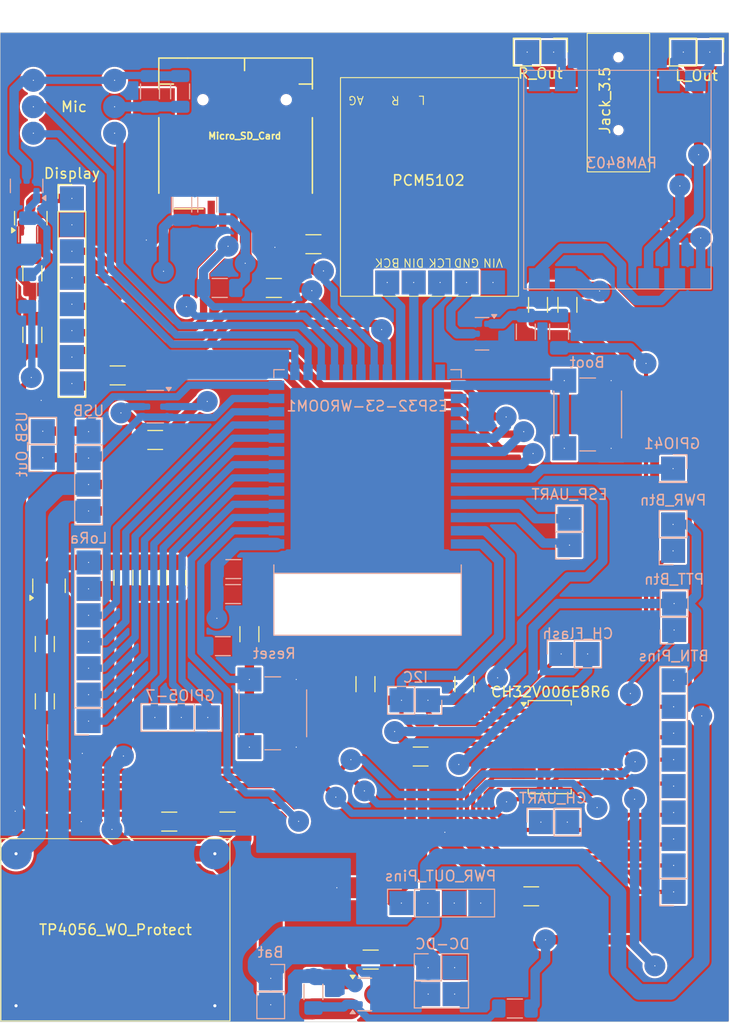
<source format=kicad_pcb>
(kicad_pcb (version 20240108) (generator "pcbnew") (generator_version "8.0")
  (layers (0 "F.Cu" signal) (31 "B.Cu" signal) (34 "B.Paste" user) (35 "F.Paste" user) (36 "B.SilkS" user "B.Silkscreen") (37 "F.SilkS" user "F.Silkscreen") (38 "B.Mask" user) (39 "F.Mask" user) (44 "Edge.Cuts" user))
  (net 0 "")
  (net 1 "+3V3")
  (net 2 "VBUS")
  (net 3 "ESP_RESET")
  (net 4 "CH_RESET")
  (net 5 "Net-(Q1-G)")
  (net 6 "Net-(Q2-G)")
  (net 7 "Net-(Q3-G)")
  (net 8 "DISP_EN")
  (net 9 "VVAL")
  (net 10 "Net-(J1-Pin_2)")
  (net 11 "DATA +")
  (net 12 "DATA -")
  (net 13 "I2C_INT")
  (net 14 "SDA")
  (net 15 "SCL")
  (net 16 "CH_SWIO")
  (net 17 "Net-(J1-Pin_1)")
  (net 19 "TX_0")
  (net 20 "RX_0")
  (net 24 "DISP_RST")
  (net 25 "DISP_D{slash}C")
  (net 26 "DISP_BLK")
  (net 27 "LR_TX")
  (net 28 "LR_RX")
  (net 29 "LR_AUX")
  (net 30 "LR_M0")
  (net 31 "LR_M1")
  (net 32 "SPK_LRCK")
  (net 33 "SPK_BCK")
  (net 34 "SPK_DIN")
  (net 35 "MIC_SCK")
  (net 36 "MIC_WS")
  (net 37 "MIC_SD")
  (net 38 "OK_BTN")
  (net 39 "UP_BTN")
  (net 40 "RIGHT_BTN")
  (net 41 "LEFT_BTN")
  (net 42 "BACK_BTN")
  (net 43 "DOWN_BTN")
  (net 44 "Net-(Q4-D)")
  (net 45 "Net-(Q4-G)")
  (net 46 "Net-(J2-LN)")
  (net 47 "Net-(J2-L)")
  (net 48 "Net-(J2-GN)")
  (net 49 "PTT_BTN")
  (net 50 "CH_RX")
  (net 51 "CH_TX")
  (net 52 "Net-(J2-R)")
  (net 53 "Net-(J2-G)")
  (net 54 "Net-(J2-RN)")
  (net 55 "Net-(J3-Pin_2)")
  (net 56 "Net-(J3-Pin_1)")
  (net 57 "POWER_BTN")
  (net 58 "Net-(Q5-G)")
  (net 59 "Net-(Q6-G)")
  (net 60 "GPIO5")
  (net 61 "GPIO6")
  (net 62 "ESP_BOOT")
  (net 63 "PB3")
  (net 64 "PB1")
  (net 65 "Net-(J2-M)")
  (net 66 "GPIO7")
  (net 67 "HSPI_MISO")
  (net 68 "HSPI_SCK")
  (net 69 "HSPI_MOSI")
  (net 70 "DISP_CS")
  (net 71 "SD_CS")
  (net 72 "GPIO41")
  (net 73 "GND")
  (net 74 "GND1")
  (net 78 "SPK_EN")
  (net 79 "LORA_EN")
  (net 80 "MIC_EN")
  (net 81 "POWER_EN")
  (net 82 "Net-(Q1-D)")
  (net 83 "Net-(Q2-D)")
  (net 84 "Net-(Q3-D)")
  (net 85 "Net-(U2-BLK)")
  (net 86 "+4V2")
  (footprint "Capacitor_SMD:C_1206_3216Metric" (layer "F.Cu") (at 305.9 219.8 180)
    (property "Reference" "C5" (hide yes))
    (property "Value" "1uF")
  )
  (footprint "Capacitor_SMD:C_1206_3216Metric" (layer "F.Cu") (at 282.425 202.625 90)
    (property "Reference" "C6" (hide yes))
    (property "Value" "10uF")
  )
  (footprint "Resistor_SMD:R_1206_3216Metric_Pad1.30x1.75mm_HandSolder" (layer "F.Cu") (at 300.6 212.85 90)
    (property "Reference" "R7" (hide yes))
    (property "Value" "10K")
  )
  (footprint "Capacitor_SMD:C_1206_3216Metric" (layer "F.Cu") (at 279.9 202.625 90)
    (property "Reference" "C7" (hide yes))
    (property "Value" "10uF")
  )
  (footprint "Resistor_SMD:R_1206_3216Metric_Pad1.30x1.75mm_HandSolder" (layer "F.Cu") (at 268.6 179.3 90)
    (property "Reference" "R1" (hide yes))
    (property "Value" "22")
  )
  (footprint "Connector_PinHeader_2.54mm:PinHeader_1x02_P2.54mm_Vertical" (layer "F.Cu") (at 318.675 152.15 -90)
    (property "Reference" "J1" (hide yes))
    (property "Value" "R_Out")
  )
  (footprint "Sensor_Current:Allegro_QSOP-24_3.9x8.7mm_P0.635mm" (layer "F.Cu") (at 318.3 218.9)
    (property "Reference" "U5" (hide yes))
    (property "Value" "CH32V006E8R6")
  )
  (footprint "Resistor_SMD:R_1206_3216Metric_Pad1.30x1.75mm_HandSolder" (layer "F.Cu") (at 276.8 183.2 180)
    (property "Reference" "R2" (hide yes))
    (property "Value" "22")
  )
  (footprint "custom:Charge_Controller_TP4056_WO_Protect" (layer "F.Cu") (at 276.15 234.95)
    (property "Reference" "J5" (hide yes))
    (property "Value" "TP4056_WO_Protect")
  )
  (footprint "Package_TO_SOT_SMD:SOT-23" (layer "F.Cu") (at 268.45 168.1 90)
    (property "Reference" "Q1" (hide yes))
    (property "Value" "NMOS" (hide yes))
  )
  (footprint "Capacitor_SMD:C_1206_3216Metric" (layer "F.Cu") (at 316.525 233.225 180)
    (property "Reference" "C12" (hide yes))
    (property "Value" "10uF")
  )
  (footprint "Capacitor_SMD:C_1206_3216Metric" (layer "F.Cu") (at 320 176.425 90)
    (property "Reference" "C3" (hide yes))
    (property "Value" "10uF")
  )
  (footprint "Capacitor_SMD:C_1206_3216Metric" (layer "F.Cu") (at 280.4 189.4)
    (property "Reference" "C11" (hide yes))
    (property "Value" "100nF")
  )
  (footprint "Resistor_SMD:R_1206_3216Metric_Pad1.30x1.75mm_HandSolder" (layer "F.Cu") (at 295.6 242.4 90)
    (property "Reference" "R14" (hide yes))
    (property "Value" "47K")
  )
  (footprint "custom:PJ-393_8PJ" (layer "F.Cu") (at 321.9 150.35)
    (property "Reference" "J2" (hide yes))
    (property "Value" "Jack_3.5")
  )
  (footprint "Resistor_SMD:R_1206_3216Metric_Pad1.30x1.75mm_HandSolder" (layer "F.Cu") (at 289.45 208.05 -90)
    (property "Reference" "R18" (hide yes))
    (property "Value" "10K")
  )
  (footprint "Resistor_SMD:R_1206_3216Metric_Pad1.30x1.75mm_HandSolder" (layer "F.Cu") (at 269.8 214.5 90)
    (property "Reference" "R8" (hide yes))
    (property "Value" "22")
  )
  (footprint "Resistor_SMD:R_1206_3216Metric_Pad1.30x1.75mm_HandSolder" (layer "F.Cu") (at 268.6 173.4 90)
    (property "Reference" "R3" (hide yes))
    (property "Value" "47K")
  )
  (footprint "Resistor_SMD:R_1206_3216Metric_Pad1.30x1.75mm_HandSolder" (layer "F.Cu") (at 281.75 226.05 180)
    (property "Reference" "R13" (hide yes))
    (property "Value" "100K")
  )
  (footprint "Capacitor_SMD:C_1206_3216Metric" (layer "F.Cu") (at 317.175 176.425 90)
    (property "Reference" "C4" (hide yes))
    (property "Value" "10uF")
  )
  (footprint "Resistor_SMD:R_1206_3216Metric_Pad1.30x1.75mm_HandSolder" (layer "F.Cu") (at 269.8 209 90)
    (property "Reference" "R9" (hide yes))
    (property "Value" "47K")
  )
  (footprint "Resistor_SMD:R_1206_3216Metric_Pad1.30x1.75mm_HandSolder" (layer "F.Cu") (at 287.35 226.05 180)
    (property "Reference" "R12" (hide yes))
    (property "Value" "33K")
  )
  (footprint "Resistor_SMD:R_1206_3216Metric_Pad1.30x1.75mm_HandSolder" (layer "F.Cu") (at 291.8 174.8)
    (property "Reference" "R20" (hide yes))
    (property "Value" "22K")
  )
  (footprint "Connector_PinHeader_2.54mm:PinHeader_1x08_P2.54mm_Vertical" (layer "F.Cu") (at 272.4 166.2)
    (property "Reference" "U2" (hide yes))
    (property "Value" "Display")
  )
  (footprint "Package_TO_SOT_SMD:SOT-23" (layer "F.Cu") (at 300.5375 242.65)
    (property "Reference" "Q5" (hide yes))
    (property "Value" "NMOS" (hide yes))
  )
  (footprint "custom:J_SD_Card-micro_socket_A" (layer "F.Cu") (at 289 160.2)
    (property "Reference" "J18" (hide yes))
    (property "Value" "Micro_SD_Card")
  )
  (footprint "custom:PCM5102A-Module-Shortened" (layer "F.Cu") (at 298.2 175.6 90)
    (property "Reference" "U3" (hide yes))
    (property "Value" "PCM5102")
  )
  (footprint "Resistor_SMD:R_1206_3216Metric_Pad1.30x1.75mm_HandSolder" (layer "F.Cu") (at 301.1 239.3 180)
    (property "Reference" "R15" (hide yes))
    (property "Value" "22")
  )
  (footprint "custom:INMP441_I2S_Module" (layer "F.Cu") (at 272.6 157.4 90)
    (property "Reference" "U8" (hide yes))
    (property "Value" "Mic")
  )
  (footprint "Capacitor_SMD:C_1206_3216Metric" (layer "F.Cu") (at 277.35 202.625 90)
    (property "Reference" "C8" (hide yes))
    (property "Value" "0.1uF")
  )
  (footprint "Resistor_SMD:R_1206_3216Metric_Pad1.30x1.75mm_HandSolder" (layer "F.Cu") (at 295.6 170.6 180)
    (property "Reference" "R21" (hide yes))
    (property "Value" "22K")
  )
  (footprint "Package_TO_SOT_SMD:SOT-23" (layer "F.Cu") (at 270.2 203.4 90)
    (property "Reference" "Q3" (hide yes))
    (property "Value" "NMOS" (hide yes))
  )
  (footprint "Resistor_SMD:R_1206_3216Metric_Pad1.30x1.75mm_HandSolder" (layer "F.Cu") (at 310.1 212.85 -90)
    (property "Reference" "R6" (hide yes))
    (property "Value" "10K")
  )
  (footprint "Connector_PinHeader_2.54mm:PinHeader_1x02_P2.54mm_Vertical" (layer "F.Cu") (at 333.675 152.15 -90)
    (property "Reference" "J3" (hide yes))
    (property "Value" "L_Out")
  )
  (footprint "Connector_PinHeader_2.54mm:PinHeader_1x04_P2.54mm_Vertical" (layer "B.Cu") (at 304.05 233.875 -90)
    (property "Reference" "J10" (hide yes))
    (property "Value" "PWR_OUT_Pins")
  )
  (footprint "Connector_PinHeader_2.54mm:PinHeader_2x02_P2.54mm_Vertical" (layer "B.Cu") (at 306.625 240.075 -90)
    (property "Reference" "U9" (hide yes))
    (property "Value" "DC-DC")
  )
  (footprint "Connector_PinHeader_2.54mm:PinHeader_1x02_P2.54mm_Vertical" (layer "B.Cu") (at 317.45 226.1 -90)
    (property "Reference" "J16" (hide yes))
    (property "Value" "CH_UART")
  )
  (footprint "Capacitor_SMD:C_1206_3216Metric" (layer "B.Cu") (at 285.4 166.8 90)
    (property "Reference" "C15" (hide yes))
    (property "Value" "1uF")
  )
  (footprint "Resistor_SMD:R_1206_3216Metric_Pad1.30x1.75mm_HandSolder" (layer "B.Cu") (at 319.2 179 90)
    (property "Reference" "R4" (hide yes))
    (property "Value" "22")
  )
  (footprint "Resistor_SMD:R_1206_3216Metric_Pad1.30x1.75mm_HandSolder" (layer "B.Cu") (at 295.6 242.4 -90)
    (property "Reference" "R16" (hide yes))
    (property "Value" "47K")
  )
  (footprint "Connector_PinHeader_2.54mm:PinHeader_1x02_P2.54mm_Vertical" (layer "B.Cu") (at 306.6 214.4 90)
    (property "Reference" "J13" (hide yes))
    (property "Value" "I2C")
  )
  (footprint "Resistor_SMD:R_1206_3216Metric_Pad1.30x1.75mm_HandSolder" (layer "B.Cu") (at 316 179 -90)
    (property "Reference" "R5" (hide yes))
    (property "Value" "47K")
  )
  (footprint "custom:ESP32-S3-WROOM-1" (layer "B.Cu") (at 300.8 192.4)
    (property "Reference" "U1" (hide yes))
    (property "Value" "ESP32-S3-WROOM1")
  )
  (footprint "Connector_PinHeader_2.54mm:PinHeader_1x02_P2.54mm_Vertical" (layer "B.Cu") (at 291.5 241.1 180)
    (property "Reference" "J6" (hide yes))
    (property "Value" "Bat")
  )
  (footprint "Capacitor_SMD:C_1206_3216Metric" (layer "B.Cu") (at 282.793336 155.925 90)
    (property "Reference" "C10" (hide yes))
    (property "Value" "1uF")
  )
  (footprint "Connector_PinHeader_2.54mm:PinHeader_1x02_P2.54mm_Vertical" (layer "B.Cu") (at 320.2 199.5)
    (property "Reference" "J14" (hide yes))
    (property "Value" "ESP_UART")
  )
  (footprint "Connector_PinHeader_2.54mm:PinHeader_1x09_P2.54mm_Vertical" (layer "B.Cu") (at 330.2 232.8)
    (property "Reference" "J8" (hide yes))
    (property "Value" "BTN_Pins")
  )
  (footprint "Connector_PinHeader_2.54mm:PinHeader_1x02_P2.54mm_Vertical" (layer "B.Cu") (at 330.25 207.65)
    (property "Reference" "J9" (hide yes))
    (property "Value" "PTT_Btn")
  )
  (footprint "Button_Switch_THT:SW_PUSH_6mm" (layer "B.Cu") (at 293.95 218.9 90)
    (property "Reference" "SW1" (hide yes))
    (property "Value" "Reset")
  )
  (footprint "Connector_PinHeader_2.54mm:PinHeader_1x02_P2.54mm_Vertical" (layer "B.Cu") (at 330.15 200.05)
    (property "Reference" "J7" (hide yes))
    (property "Value" "PWR_Btn")
  )
  (footprint "Capacitor_SMD:C_1206_3216Metric" (layer "B.Cu") (at 287.9 201.8)
    (property "Reference" "C1" (hide yes))
    (property "Value" "100nF")
  )
  (footprint "Package_TO_SOT_SMD:SOT-23" (layer "B.Cu") (at 300.5375 242.65)
    (property "Reference" "Q6" (hide yes))
    (property "Value" "NMOS" (hide yes))
  )
  (footprint "Package_TO_SOT_SMD:SOT-23-6" (layer "B.Cu") (at 280.4 186.2 180)
    (property "Reference" "U7" (hide yes))
    (property "Value" "USBLC6-2SC6" (hide yes))
  )
  (footprint "Package_TO_SOT_SMD:SOT-23" (layer "B.Cu") (at 311.8 179.2 180)
    (property "Reference" "Q2" (hide yes))
    (property "Value" "NMOS" (hide yes))
  )
  (footprint "Connector_PinHeader_2.54mm:PinHeader_1x07_P2.54mm_Vertical" (layer "B.Cu") (at 274 216.4)
    (property "Reference" "U6" (hide yes))
    (property "Value" "LoRa")
  )
  (footprint "Button_Switch_THT:SW_PUSH_6mm" (layer "B.Cu") (at 324.2 190.2 90)
    (property "Reference" "SW2" (hide yes))
    (property "Value" "Boot")
  )
  (footprint "Connector_PinHeader_2.54mm:PinHeader_1x03_P2.54mm_Vertical" (layer "B.Cu") (at 285.45 216.05 90)
    (property "Reference" "J11" (hide yes))
    (property "Value" "GPIO5-7")
  )
  (footprint "Package_TO_SOT_SMD:SOT-23" (layer "B.Cu") (at 268.05 165 90)
    (property "Reference" "Q4" (hide yes))
    (property "Value" "NMOS" (hide yes))
  )
  (footprint "Resistor_SMD:R_1206_3216Metric_Pad1.30x1.75mm_HandSolder" (layer "B.Cu") (at 268.1 175.05 90)
    (property "Reference" "R10" (hide yes))
    (property "Value" "22")
  )
  (footprint "Capacitor_SMD:C_1206_3216Metric" (layer "B.Cu") (at 283 166.8 -90)
    (property "Reference" "C16" (hide yes))
    (property "Value" "100nF")
  )
  (footprint "Resistor_SMD:R_1206_3216Metric_Pad1.30x1.75mm_HandSolder" (layer "B.Cu") (at 286.6 174.8 180)
    (property "Reference" "R19" (hide yes))
    (property "Value" "22K")
  )
  (footprint "Connector_PinHeader_2.54mm:PinHeader_1x02_P2.54mm_Vertical" (layer "B.Cu") (at 319.4 209.95 -90)
    (property "Reference" "J17" (hide yes))
    (property "Value" "CH_Flash")
  )
  (footprint "Capacitor_SMD:C_1206_3216Metric" (layer "B.Cu") (at 287.875 204.2)
    (property "Reference" "C2" (hide yes))
    (property "Value" "10uF")
  )
  (footprint "Connector_PinHeader_2.54mm:PinHeader_1x02_P2.54mm_Vertical" (layer "B.Cu") (at 269.6 191.1)
    (property "Reference" "J12" (hide yes))
    (property "Value" "USB_Out")
  )
  (footprint "Connector_PinHeader_2.54mm:PinHeader_1x04_P2.54mm_Vertical" (layer "B.Cu") (at 274 188.6 180)
    (property "Reference" "J4" (hide yes))
    (property "Value" "USB")
  )
  (footprint "Resistor_SMD:R_1206_3216Metric_Pad1.30x1.75mm_HandSolder" (layer "B.Cu") (at 314.95 244 180)
    (property "Reference" "R17" (hide yes))
    (property "Value" "22")
  )
  (footprint "Capacitor_SMD:C_1206_3216Metric" (layer "B.Cu") (at 279.9 155.925 -90)
    (property "Reference" "C9" (hide yes))
    (property "Value" "0.1uF")
  )
  (footprint "custom:PAM8403_Module" (layer "B.Cu") (at 333.8 153.9 180)
    (property "Reference" "U4" (hide yes))
    (property "Value" "PAM8403")
  )
  (footprint "Capacitor_SMD:C_1206_3216Metric" (layer "B.Cu") (at 286.9 209.2)
    (property "Reference" "C13" (hide yes))
    (property "Value" "1uF")
  )
  (footprint "Resistor_SMD:R_1206_3216Metric_Pad1.30x1.75mm_HandSolder" (layer "B.Cu") (at 268.2 169.65 -90)
    (property "Reference" "R11" (hide yes))
    (property "Value" "47K")
  )
  (footprint "Connector_PinHeader_2.54mm:PinHeader_1x01_P2.54mm_Vertical" (layer "B.Cu") (at 330.15 192.15 180)
    (property "Reference" "J15" (hide yes))
    (property "Value" "GPIO41")
  )
  (gr_rect (start 265.517712 150.271882) (end 335.517712 245.271882) (stroke (width 0.05)) (fill none) (layer "Edge.Cuts"))
  (segment (start 289.050173 172.431454) (end 289.050173 173.600173) (width 0.9) (layer "F.Cu") (net 1))
  (segment (start 289.084968 172.396659) (end 289.084968 167.221855) (width 0.7) (layer "F.Cu") (net 1))
  (segment (start 289.050173 173.600173) (end 290.25 174.8) (width 0.9) (layer "F.Cu") (net 1))
  (segment (start 286.325 206.525) (end 289.425 206.525) (width 1.2) (layer "F.Cu") (net 1))
  (segment (start 289.425 206.525) (end 289.45 206.5) (width 1.2) (layer "F.Cu") (net 1))
  (segment (start 289.050173 172.431454) (end 289.084968 172.396659) (width 0.7) (layer "F.Cu") (net 1))
  (via (at 286.325 206.525) (size 2) (drill 0.1) (layers "F.Cu" "B.Cu") (net 1))
  (via (at 281.2 173.2) (size 2) (drill 0.1) (layers "F.Cu" "B.Cu") (net 1))
  (via (at 289.050173 172.431454) (size 2) (drill 0.1) (layers "F.Cu" "B.Cu") (net 1))
  (segment (start 279.9 157.4) (end 282.793336 157.4) (width 0.9) (layer "B.Cu") (net 1))
  (segment (start 281.2 173.2) (end 281.2 169) (width 0.9) (layer "B.Cu") (net 1))
  (segment (start 289.050173 172.431454) (end 289.050173 169.650173) (width 0.9) (layer "B.Cu") (net 1))
  (segment (start 288.258882 199.39) (end 286.325 201.323882) (width 1.2) (layer "B.Cu") (net 1))
  (segment (start 289.050173 169.650173) (end 287.675 168.275) (width 0.9) (layer "B.Cu") (net 1))
  (segment (start 279.9 157.4) (end 276.5 157.4) (width 0.9) (layer "B.Cu") (net 1))
  (segment (start 289.050173 172.431454) (end 289.050173 173.949827) (width 0.9) (layer "B.Cu") (net 1))
  (segment (start 281.925 168.275) (end 283 168.275) (width 0.9) (layer "B.Cu") (net 1))
  (segment (start 285.4 168.275) (end 283 168.275) (width 0.9) (layer "B.Cu") (net 1))
  (segment (start 287.675 168.275) (end 285.4 168.275) (width 0.9) (layer "B.Cu") (net 1))
  (segment (start 292.05 199.39) (end 288.258882 199.39) (width 1.2) (layer "B.Cu") (net 1))
  (segment (start 289.050173 173.949827) (end 288.2 174.8) (width 0.9) (layer "B.Cu") (net 1))
  (segment (start 281.2 169) (end 281.925 168.275) (width 0.9) (layer "B.Cu") (net 1))
  (segment (start 288.2 174.8) (end 288.15 174.8) (width 0.9) (layer "B.Cu") (net 1))
  (segment (start 286.325 201.323882) (end 286.325 206.525) (width 1.2) (layer "B.Cu") (net 1))
  (segment (start 279 189.325) (end 278.925 189.4) (width 0.9) (layer "F.Cu") (net 2))
  (segment (start 279 188.2) (end 279 189.325) (width 0.9) (layer "F.Cu") (net 2))
  (segment (start 278.925 190.275) (end 278.925 189.4) (width 0.9) (layer "F.Cu") (net 2))
  (segment (start 274 193.68) (end 275.52 193.68) (width 0.9) (layer "F.Cu") (net 2))
  (segment (start 275.52 193.68) (end 278.925 190.275) (width 0.9) (layer "F.Cu") (net 2))
  (segment (start 277.6 186.8) (end 279 188.2) (width 0.9) (layer "F.Cu") (net 2))
  (segment (start 277.110234 186.8) (end 277.6 186.8) (width 0.9) (layer "F.Cu") (net 2))
  (via (at 277.110234 186.8) (size 2) (drill 0.1) (layers "F.Cu" "B.Cu") (net 2))
  (segment (start 277.110234 186.8) (end 277.710234 186.2) (width 0.7) (layer "B.Cu") (net 2))
  (segment (start 268.9 195.88873) (end 268.9 227.266679) (width 2) (layer "B.Cu") (net 2))
  (segment (start 274 193.68) (end 271.10873 193.68) (width 2) (layer "B.Cu") (net 2))
  (segment (start 271.10873 193.68) (end 268.9 195.88873) (width 2) (layer "B.Cu") (net 2))
  (segment (start 277.710234 186.2) (end 279.2625 186.2) (width 0.7) (layer "B.Cu") (net 2))
  (segment (start 268.9 227.266679) (end 267.0318 229.134879) (width 2) (layer "B.Cu") (net 2))
  (segment (start 289.45 209.6) (end 289.45 212.4) (width 0.9) (layer "F.Cu") (net 3))
  (segment (start 289.45 212.4) (end 289.45 218.9) (width 0.9) (layer "F.Cu") (net 3))
  (segment (start 284.775 201.247536) (end 287.902536 198.12) (width 0.7) (layer "B.Cu") (net 3))
  (segment (start 287.45 212.4) (end 284.775 209.725) (width 0.7) (layer "B.Cu") (net 3))
  (segment (start 287.902536 198.12) (end 292.05 198.12) (width 0.7) (layer "B.Cu") (net 3))
  (segment (start 289.45 212.4) (end 287.45 212.4) (width 0.7) (layer "B.Cu") (net 3))
  (segment (start 284.775 209.725) (end 284.775 201.247536) (width 0.7) (layer "B.Cu") (net 3))
  (segment (start 312.03986 219.2175) (end 315.8 219.2175) (width 0.4) (layer "F.Cu") (net 4))
  (segment (start 309.562994 220.562994) (end 310.694366 220.562994) (width 0.4) (layer "F.Cu") (net 4))
  (segment (start 310.694366 220.562994) (end 312.03986 219.2175) (width 0.4) (layer "F.Cu") (net 4))
  (via (at 309.562994 220.562994) (size 2) (drill 0.1) (layers "F.Cu" "B.Cu") (net 4))
  (segment (start 309.79264 220.562994) (end 317.705634 212.65) (width 0.9) (layer "B.Cu") (net 4))
  (segment (start 309.562994 220.562994) (end 309.79264 220.562994) (width 0.9) (layer "B.Cu") (net 4))
  (segment (start 320.85 212.65) (end 321.94 211.56) (width 0.9) (layer "B.Cu") (net 4))
  (segment (start 321.94 211.56) (end 321.94 209.95) (width 0.9) (layer "B.Cu") (net 4))
  (segment (start 317.705634 212.65) (end 320.85 212.65) (width 0.9) (layer "B.Cu") (net 4))
  (segment (start 268.6 174.95) (end 268.6 177.75) (width 0.7) (layer "F.Cu") (net 5))
  (segment (start 267.5 169.0375) (end 267.175 169.3625) (width 0.7) (layer "F.Cu") (net 5))
  (segment (start 267.175 169.3625) (end 267.175 173.525) (width 0.7) (layer "F.Cu") (net 5))
  (segment (start 267.175 173.525) (end 268.6 174.95) (width 0.7) (layer "F.Cu") (net 5))
  (segment (start 316 177.45) (end 314.55 177.45) (width 0.9) (layer "B.Cu") (net 6))
  (segment (start 313.75 178.25) (end 312.7375 178.25) (width 0.9) (layer "B.Cu") (net 6))
  (segment (start 319.2 177.45) (end 316 177.45) (width 0.9) (layer "B.Cu") (net 6))
  (segment (start 314.55 177.45) (end 313.75 178.25) (width 0.9) (layer "B.Cu") (net 6))
  (segment (start 269.85 212.9) (end 269.8 212.95) (width 0.7) (layer "F.Cu") (net 7))
  (segment (start 269.25 205.1) (end 268.475 205.875) (width 0.5) (layer "F.Cu") (net 7))
  (segment (start 269.25 204.3375) (end 269.25 205.1) (width 0.5) (layer "F.Cu") (net 7))
  (segment (start 269.85 210.6) (end 269.85 212.9) (width 0.7) (layer "F.Cu") (net 7))
  (segment (start 269.8 210.55) (end 269.85 210.6) (width 0.7) (layer "F.Cu") (net 7))
  (segment (start 268.475 209.225) (end 269.8 210.55) (width 0.5) (layer "F.Cu") (net 7))
  (segment (start 268.475 205.875) (end 268.475 209.225) (width 0.5) (layer "F.Cu") (net 7))
  (segment (start 297.75 223.7) (end 296.65 222.6) (width 0.5) (layer "F.Cu") (net 8))
  (segment (start 318.1 221.901472) (end 318.1 223.35) (width 0.4) (layer "F.Cu") (net 8))
  (segment (start 317.55 223.9) (end 314.4 223.9) (width 0.4) (layer "F.Cu") (net 8))
  (segment (start 296.65 222.6) (end 272.073044 222.6) (width 0.5) (layer "F.Cu") (net 8))
  (segment (start 272.073044 222.6) (end 267.05 217.576956) (width 0.5) (layer "F.Cu") (net 8))
  (segment (start 318.1 223.35) (end 317.55 223.9) (width 0.4) (layer "F.Cu") (net 8))
  (segment (start 320.8 221.1225) (end 318.878972 221.1225) (width 0.4) (layer "F.Cu") (net 8))
  (segment (start 267.05 217.576956) (end 267.05 182.4) (width 0.5) (layer "F.Cu") (net 8))
  (segment (start 323.09987 221.1225) (end 323.1 221.12263) (width 0.4) (layer "F.Cu") (net 8))
  (segment (start 314.4 223.9) (end 314.15 224.15) (width 0.4) (layer "F.Cu") (net 8))
  (segment (start 320.8 221.1225) (end 323.09987 221.1225) (width 0.4) (layer "F.Cu") (net 8))
  (segment (start 318.878972 221.1225) (end 318.1 221.901472) (width 0.4) (layer "F.Cu") (net 8))
  (segment (start 267.05 182.4) (end 268.6 180.85) (width 0.5) (layer "F.Cu") (net 8))
  (via (at 314.15 224.15) (size 2) (drill 0.1) (layers "F.Cu" "B.Cu") (net 8))
  (via (at 297.75 223.7) (size 2) (drill 0.1) (layers "F.Cu" "B.Cu") (net 8))
  (segment (start 299.3 225.25) (end 313.05 225.25) (width 0.7) (layer "B.Cu") (net 8))
  (segment (start 297.75 223.7) (end 299.3 225.25) (width 0.7) (layer "B.Cu") (net 8))
  (segment (start 313.05 225.25) (end 314.15 224.15) (width 0.7) (layer "B.Cu") (net 8))
  (segment (start 292.75 224.6) (end 287.25 224.6) (width 0.5) (layer "F.Cu") (net 9))
  (segment (start 287.25 224.6) (end 285.8 226.05) (width 0.5) (layer "F.Cu") (net 9))
  (segment (start 285.8 226.05) (end 283.3 226.05) (width 0.9) (layer "F.Cu") (net 9))
  (segment (start 294.175 226.025) (end 292.75 224.6) (width 0.5) (layer "F.Cu") (net 9))
  (via (at 294.175 226.025) (size 2) (drill 0.1) (layers "F.Cu" "B.Cu") (net 9))
  (segment (start 291.45 223.3) (end 289.15 223.3) (width 0.7) (layer "B.Cu") (net 9))
  (segment (start 287.3 213.522792) (end 283.875 210.097792) (width 0.7) (layer "B.Cu") (net 9))
  (segment (start 287.899744 196.85) (end 292.05 196.85) (width 0.7) (layer "B.Cu") (net 9))
  (segment (start 283.875 210.097792) (end 283.875 200.874744) (width 0.7) (layer "B.Cu") (net 9))
  (segment (start 287.3 221.45) (end 287.3 213.522792) (width 0.7) (layer "B.Cu") (net 9))
  (segment (start 289.15 223.3) (end 287.3 221.45) (width 0.7) (layer "B.Cu") (net 9))
  (segment (start 294.175 226.025) (end 291.45 223.3) (width 0.7) (layer "B.Cu") (net 9))
  (segment (start 283.875 200.874744) (end 287.899744 196.85) (width 0.7) (layer "B.Cu") (net 9))
  (segment (start 317.3 154.9) (end 316.135 153.735) (width 0.9) (layer "B.Cu") (net 10))
  (segment (start 316.135 153.735) (end 316.135 152.15) (width 0.9) (layer "B.Cu") (net 10))
  (segment (start 269.6 188.56) (end 269.61 188.55) (width 0.9) (layer "F.Cu") (net 11))
  (segment (start 273.580622 189.019378) (end 274 188.6) (width 0.9) (layer "F.Cu") (net 11))
  (segment (start 273.95 188.55) (end 274 188.6) (width 0.9) (layer "F.Cu") (net 11))
  (segment (start 269.61 188.55) (end 273.95 188.55) (width 0.9) (layer "F.Cu") (net 11))
  (segment (start 283.65 184.15) (end 292.05 184.15) (width 0.7) (layer "B.Cu") (net 11))
  (segment (start 281.5375 185.25) (end 279.2625 185.25) (width 0.7) (layer "B.Cu") (net 11))
  (segment (start 274 187.6) (end 274 188.6) (width 0.7) (layer "B.Cu") (net 11))
  (segment (start 276.35 185.25) (end 274 187.6) (width 0.7) (layer "B.Cu") (net 11))
  (segment (start 281.5375 185.25) (end 282.55 185.25) (width 0.7) (layer "B.Cu") (net 11))
  (segment (start 279.2625 185.25) (end 276.35 185.25) (width 0.7) (layer "B.Cu") (net 11))
  (segment (start 282.55 185.25) (end 283.65 184.15) (width 0.7) (layer "B.Cu") (net 11))
  (segment (start 273.580622 191.559378) (end 274 191.14) (width 0.9) (layer "F.Cu") (net 12))
  (segment (start 273.96 191.1) (end 274 191.14) (width 0.9) (layer "F.Cu") (net 12))
  (segment (start 269.6 191.1) (end 273.96 191.1) (width 0.9) (layer "F.Cu") (net 12))
  (segment (start 286.042032 187.25) (end 281.6375 187.25) (width 0.7) (layer "B.Cu") (net 12))
  (segment (start 279.3125 187.2) (end 279.2625 187.15) (width 0.7) (layer "B.Cu") (net 12))
  (segment (start 281.4875 187.2) (end 279.3125 187.2) (width 0.7) (layer "B.Cu") (net 12))
  (segment (start 287.872032 185.42) (end 286.042032 187.25) (width 0.7) (layer "B.Cu") (net 12))
  (segment (start 279.05 187.15) (end 275.06 191.14) (width 0.7) (layer "B.Cu") (net 12))
  (segment (start 279.2625 187.15) (end 279.05 187.15) (width 0.7) (layer "B.Cu") (net 12))
  (segment (start 292.05 185.42) (end 287.872032 185.42) (width 0.7) (layer "B.Cu") (net 12))
  (segment (start 281.5375 187.15) (end 281.4875 187.2) (width 0.7) (layer "B.Cu") (net 12))
  (segment (start 281.6375 187.25) (end 281.5375 187.15) (width 0.7) (layer "B.Cu") (net 12))
  (segment (start 275.06 191.14) (end 274 191.14) (width 0.7) (layer "B.Cu") (net 12))
  (segment (start 311.8 213.733454) (end 311.8 215.3) (width 0.4) (layer "F.Cu") (net 13))
  (segment (start 312.5425 216.0425) (end 315.8 216.0425) (width 0.4) (layer "F.Cu") (net 13))
  (segment (start 311.8 215.3) (end 312.5425 216.0425) (width 0.4) (layer "F.Cu") (net 13))
  (segment (start 313.291727 212.241727) (end 311.8 213.733454) (width 0.4) (layer "F.Cu") (net 13))
  (via (at 313.291727 212.241727) (size 2) (drill 0.1) (layers "F.Cu" "B.Cu") (net 13))
  (segment (start 320.05 202.55) (end 321.875 202.55) (width 0.9) (layer "B.Cu") (net 13))
  (segment (start 314.955635 209.8) (end 315.6 209.155635) (width 0.9) (layer "B.Cu") (net 13))
  (segment (start 321.875 202.55) (end 323.4 201.025) (width 0.9) (layer "B.Cu") (net 13))
  (segment (start 322.31 194.31) (end 309.55 194.31) (width 0.9) (layer "B.Cu") (net 13))
  (segment (start 315.6 209.155635) (end 315.6 207) (width 0.9) (layer "B.Cu") (net 13))
  (segment (start 315.6 207) (end 320.05 202.55) (width 0.9) (layer "B.Cu") (net 13))
  (segment (start 313.291727 212.241727) (end 313.291727 211.463907) (width 0.9) (layer "B.Cu") (net 13))
  (segment (start 323.4 195.4) (end 322.31 194.31) (width 0.9) (layer "B.Cu") (net 13))
  (segment (start 323.4 201.025) (end 323.4 195.4) (width 0.9) (layer "B.Cu") (net 13))
  (segment (start 313.291727 211.463907) (end 314.955635 209.8) (width 0.9) (layer "B.Cu") (net 13))
  (segment (start 315.8 216.6775) (end 307.7275 216.6775) (width 0.4) (layer "F.Cu") (net 14))
  (segment (start 306.6 215.55) (end 306.6 214.4) (width 0.4) (layer "F.Cu") (net 14))
  (segment (start 307.7275 216.6775) (end 306.6 215.55) (width 0.4) (layer "F.Cu") (net 14))
  (segment (start 306.6 214.4) (end 310.1 214.4) (width 0.9) (layer "F.Cu") (net 14))
  (segment (start 312.075634 198.12) (end 313.855635 199.9) (width 0.9) (layer "B.Cu") (net 14))
  (segment (start 314.5 200.544365) (end 314.5 208.7) (width 0.9) (layer "B.Cu") (net 14))
  (segment (start 313.855635 199.9) (end 314.5 200.544365) (width 0.9) (layer "B.Cu") (net 14))
  (segment (start 309.55 198.12) (end 312.075634 198.12) (width 0.9) (layer "B.Cu") (net 14))
  (segment (start 314.5 208.7) (end 308.8 214.4) (width 0.9) (layer "B.Cu") (net 14))
  (segment (start 308.8 214.4) (end 306.6 214.4) (width 0.9) (layer "B.Cu") (net 14))
  (segment (start 304.06 214.4) (end 300.6 214.4) (width 0.9) (layer "F.Cu") (net 15))
  (segment (start 304.06 216.06) (end 304.06 214.4) (width 0.4) (layer "F.Cu") (net 15))
  (segment (start 305.3125 217.3125) (end 304.06 216.06) (width 0.4) (layer "F.Cu") (net 15))
  (segment (start 315.8 217.3125) (end 305.3125 217.3125) (width 0.4) (layer "F.Cu") (net 15))
  (segment (start 304.6 212) (end 304.06 212.54) (width 0.9) (layer "B.Cu") (net 15))
  (segment (start 309.644366 212) (end 304.6 212) (width 0.9) (layer "B.Cu") (net 15))
  (segment (start 309.55 199.39) (end 311.79 199.39) (width 0.9) (layer "B.Cu") (net 15))
  (segment (start 313.4 201) (end 313.4 208.244366) (width 0.9) (layer "B.Cu") (net 15))
  (segment (start 304.06 212.54) (end 304.06 214.4) (width 0.9) (layer "B.Cu") (net 15))
  (segment (start 313.4 208.244366) (end 309.644366 212) (width 0.9) (layer "B.Cu") (net 15))
  (segment (start 311.79 199.39) (end 313.4 201) (width 0.9) (layer "B.Cu") (net 15))
  (segment (start 312.4 214) (end 312.75 213.65) (width 0.4) (layer "F.Cu") (net 16))
  (segment (start 312.75 213.65) (end 315.7 213.65) (width 0.4) (layer "F.Cu") (net 16))
  (segment (start 315.7 213.65) (end 319.4 209.95) (width 0.4) (layer "F.Cu") (net 16))
  (segment (start 312.756028 215.4075) (end 312.4 215.051472) (width 0.4) (layer "F.Cu") (net 16))
  (segment (start 315.8 215.4075) (end 312.756028 215.4075) (width 0.4) (layer "F.Cu") (net 16))
  (segment (start 312.4 215.051472) (end 312.4 214) (width 0.4) (layer "F.Cu") (net 16))
  (segment (start 319.8 154.9) (end 319.4 154.5) (width 0.9) (layer "B.Cu") (net 17))
  (segment (start 319.4 152.875) (end 318.675 152.15) (width 0.9) (layer "B.Cu") (net 17))
  (segment (start 319.4 154.5) (end 319.4 152.875) (width 0.9) (layer "B.Cu") (net 17))
  (segment (start 320 199.3) (end 320.2 199.5) (width 0.9) (layer "B.Cu") (net 19))
  (segment (start 315.25 196.85) (end 317.7 199.3) (width 0.9) (layer "B.Cu") (net 19))
  (segment (start 317.7 199.3) (end 320 199.3) (width 0.9) (layer "B.Cu") (net 19))
  (segment (start 309.55 196.85) (end 315.25 196.85) (width 0.9) (layer "B.Cu") (net 19))
  (segment (start 315.535634 195.58) (end 316.915634 196.96) (width 0.9) (layer "B.Cu") (net 20))
  (segment (start 309.55 195.58) (end 315.535634 195.58) (width 0.9) (layer "B.Cu") (net 20))
  (segment (start 316.915634 196.96) (end 320.2 196.96) (width 0.9) (layer "B.Cu") (net 20))
  (segment (start 293.161522 182.2) (end 280.508832 182.2) (width 0.7) (layer "F.Cu") (net 24))
  (segment (start 273.04 180.8) (end 272.4 181.44) (width 0.7) (layer "F.Cu") (net 24))
  (segment (start 315.8 188.6) (end 315.562384 188.837616) (width 0.7) (layer "F.Cu") (net 24))
  (segment (start 280.508832 182.2) (end 279.108832 180.8) (width 0.7) (layer "F.Cu") (net 24))
  (segment (start 315.562384 188.837616) (end 313.429779 188.837616) (width 0.7) (layer "F.Cu") (net 24))
  (segment (start 279.108832 180.8) (end 273.04 180.8) (width 0.7) (layer "F.Cu") (net 24))
  (segment (start 309.692163 185.1) (end 296.061522 185.1) (width 0.7) (layer "F.Cu") (net 24))
  (segment (start 296.061522 185.1) (end 293.161522 182.2) (width 0.7) (layer "F.Cu") (net 24))
  (segment (start 313.429779 188.837616) (end 309.692163 185.1) (width 0.7) (layer "F.Cu") (net 24))
  (via (at 315.8 188.6) (size 2) (drill 0.1) (layers "F.Cu" "B.Cu") (net 24))
  (segment (start 313.9 190.5) (end 309.55 190.5) (width 0.9) (layer "B.Cu") (net 24))
  (segment (start 315.8 188.6) (end 313.9 190.5) (width 0.9) (layer "B.Cu") (net 24))
  (segment (start 313.052571 187.187616) (end 310.064955 184.2) (width 0.7) (layer "F.Cu") (net 25))
  (segment (start 293.534314 181.3) (end 280.881624 181.3) (width 0.7) (layer "F.Cu") (net 25))
  (segment (start 280.881624 181.3) (end 278.681624 179.1) (width 0.7) (layer "F.Cu") (net 25))
  (segment (start 314.113232 187.187616) (end 313.052571 187.187616) (width 0.7) (layer "F.Cu") (net 25))
  (segment (start 272.6 179.1) (end 272.4 178.9) (width 0.7) (layer "F.Cu") (net 25))
  (segment (start 310.064955 184.2) (end 296.434314 184.2) (width 0.7) (layer "F.Cu") (net 25))
  (segment (start 296.434314 184.2) (end 293.534314 181.3) (width 0.7) (layer "F.Cu") (net 25))
  (segment (start 278.681624 179.1) (end 272.6 179.1) (width 0.7) (layer "F.Cu") (net 25))
  (via (at 314.113232 187.187616) (size 2) (drill 0.1) (layers "F.Cu" "B.Cu") (net 25))
  (segment (start 314.113232 187.187616) (end 314.15 187.224384) (width 0.9) (layer "B.Cu") (net 25))
  (segment (start 312.97 189.23) (end 309.55 189.23) (width 0.9) (layer "B.Cu") (net 25))
  (segment (start 314.15 188.05) (end 312.97 189.23) (width 0.9) (layer "B.Cu") (net 25))
  (segment (start 314.15 187.224384) (end 314.15 188.05) (width 0.9) (layer "B.Cu") (net 25))
  (segment (start 316.7 190.7) (end 316.25 190.25) (width 0.7) (layer "F.Cu") (net 26))
  (segment (start 295.68873 186) (end 292.78873 183.1) (width 0.7) (layer "F.Cu") (net 26))
  (segment (start 278.45 183.1) (end 278.35 183.2) (width 0.7) (layer "F.Cu") (net 26))
  (segment (start 309.319371 186) (end 295.68873 186) (width 0.7) (layer "F.Cu") (net 26))
  (segment (start 316.25 190.25) (end 313.569371 190.25) (width 0.7) (layer "F.Cu") (net 26))
  (segment (start 313.569371 190.25) (end 309.319371 186) (width 0.7) (layer "F.Cu") (net 26))
  (segment (start 292.78873 183.1) (end 278.45 183.1) (width 0.7) (layer "F.Cu") (net 26))
  (via (at 316.7 190.7) (size 2) (drill 0.1) (layers "F.Cu" "B.Cu") (net 26))
  (segment (start 316.7 190.7) (end 315.63 191.77) (width 0.9) (layer "B.Cu") (net 26))
  (segment (start 315.63 191.77) (end 309.55 191.77) (width 0.9) (layer "B.Cu") (net 26))
  (segment (start 275.62 208.78) (end 274 208.78) (width 0.7) (layer "B.Cu") (net 27))
  (segment (start 292.05 187.96) (end 287.8802 187.96) (width 0.7) (layer "B.Cu") (net 27))
  (segment (start 277.575 198.2652) (end 277.575 206.825) (width 0.7) (layer "B.Cu") (net 27))
  (segment (start 287.8802 187.96) (end 277.575 198.2652) (width 0.7) (layer "B.Cu") (net 27))
  (segment (start 277.575 206.825) (end 275.62 208.78) (width 0.7) (layer "B.Cu") (net 27))
  (segment (start 278.475 198.637992) (end 278.475 208.325) (width 0.7) (layer "B.Cu") (net 28))
  (segment (start 287.882992 189.23) (end 278.475 198.637992) (width 0.7) (layer "B.Cu") (net 28))
  (segment (start 292.05 189.23) (end 287.882992 189.23) (width 0.7) (layer "B.Cu") (net 28))
  (segment (start 275.48 211.32) (end 274 211.32) (width 0.7) (layer "B.Cu") (net 28))
  (segment (start 278.475 208.325) (end 275.48 211.32) (width 0.7) (layer "B.Cu") (net 28))
  (segment (start 287.877408 186.69) (end 276.675 197.892408) (width 0.7) (layer "B.Cu") (net 29))
  (segment (start 276.675 197.892408) (end 276.675 204.925) (width 0.7) (layer "B.Cu") (net 29))
  (segment (start 276.675 204.925) (end 275.36 206.24) (width 0.7) (layer "B.Cu") (net 29))
  (segment (start 292.05 186.69) (end 287.877408 186.69) (width 0.7) (layer "B.Cu") (net 29))
  (segment (start 275.36 206.24) (end 274 206.24) (width 0.7) (layer "B.Cu") (net 29))
  (segment (start 275.6 216.4) (end 274 216.4) (width 0.7) (layer "B.Cu") (net 30))
  (segment (start 292.05 191.77) (end 287.888576 191.77) (width 0.7) (layer "B.Cu") (net 30))
  (segment (start 280.275 199.383576) (end 280.275 211.725) (width 0.7) (layer "B.Cu") (net 30))
  (segment (start 280.275 211.725) (end 275.6 216.4) (width 0.7) (layer "B.Cu") (net 30))
  (segment (start 287.888576 191.77) (end 280.275 199.383576) (width 0.7) (layer "B.Cu") (net 30))
  (segment (start 292.05 190.5) (end 287.885784 190.5) (width 0.7) (layer "B.Cu") (net 31))
  (segment (start 279.375 199.010784) (end 279.375 210.025) (width 0.7) (layer "B.Cu") (net 31))
  (segment (start 287.885784 190.5) (end 279.375 199.010784) (width 0.7) (layer "B.Cu") (net 31))
  (segment (start 275.54 213.86) (end 274 213.86) (width 0.7) (layer "B.Cu") (net 31))
  (segment (start 279.375 210.025) (end 275.54 213.86) (width 0.7) (layer "B.Cu") (net 31))
  (segment (start 306.515 182.9) (end 306.515 176.59) (width 0.9) (layer "B.Cu") (net 32))
  (segment (start 306.515 176.59) (end 307.77 175.335) (width 0.9) (layer "B.Cu") (net 32))
  (segment (start 307.77 175.335) (end 307.77 174.275) (width 0.9) (layer "B.Cu") (net 32))
  (segment (start 303.975 176.62) (end 302.69 175.335) (width 0.9) (layer "B.Cu") (net 33))
  (segment (start 303.975 182.9) (end 303.975 176.62) (width 0.9) (layer "B.Cu") (net 33))
  (segment (start 302.705 174.29) (end 302.69 174.275) (width 0.9) (layer "B.Cu") (net 33))
  (segment (start 302.69 175.335) (end 302.69 174.275) (width 0.9) (layer "B.Cu") (net 33))
  (segment (start 305.245 182.9) (end 305.245 174.29) (width 0.9) (layer "B.Cu") (net 34))
  (segment (start 305.245 174.29) (end 305.23 174.275) (width 0.9) (layer "B.Cu") (net 34))
  (segment (start 282.064344 180.209928) (end 275.2 173.345584) (width 0.7) (layer "B.Cu") (net 35))
  (segment (start 271.127208 160) (end 268.76 160) (width 0.7) (layer "B.Cu") (net 35))
  (segment (start 293.537136 180.209928) (end 282.064344 180.209928) (width 0.7) (layer "B.Cu") (net 35))
  (segment (start 293.815 180.487792) (end 293.537136 180.209928) (width 0.7) (layer "B.Cu") (net 35))
  (segment (start 268.76 160) (end 268.7 159.94) (width 0.7) (layer "B.Cu") (net 35))
  (segment (start 275.2 173.345584) (end 275.2 164.072792) (width 0.7) (layer "B.Cu") (net 35))
  (segment (start 293.815 182.9) (end 293.815 180.487792) (width 0.7) (layer "B.Cu") (net 35))
  (segment (start 275.2 164.072792) (end 271.127208 160) (width 0.7) (layer "B.Cu") (net 35))
  (segment (start 295.085 182.9) (end 295.085 180.485) (width 0.7) (layer "B.Cu") (net 36))
  (segment (start 269.8 157.4) (end 268.7 157.4) (width 0.7) (layer "B.Cu") (net 36))
  (segment (start 295.085 180.485) (end 293.909928 179.309928) (width 0.7) (layer "B.Cu") (net 36))
  (segment (start 276.1 172.972792) (end 276.1 163.7) (width 0.7) (layer "B.Cu") (net 36))
  (segment (start 293.909928 179.309928) (end 282.437136 179.309928) (width 0.7) (layer "B.Cu") (net 36))
  (segment (start 282.437136 179.309928) (end 276.1 172.972792) (width 0.7) (layer "B.Cu") (net 36))
  (segment (start 276.1 163.7) (end 269.8 157.4) (width 0.7) (layer "B.Cu") (net 36))
  (segment (start 277 172.6) (end 277 160.44) (width 0.7) (layer "B.Cu") (net 37))
  (segment (start 296.355 180.419468) (end 294.34546 178.409928) (width 0.7) (layer "B.Cu") (net 37))
  (segment (start 296.355 182.9) (end 296.355 180.419468) (width 0.7) (layer "B.Cu") (net 37))
  (segment (start 282.809928 178.409928) (end 277 172.6) (width 0.7) (layer "B.Cu") (net 37))
  (segment (start 294.34546 178.409928) (end 282.809928 178.409928) (width 0.7) (layer "B.Cu") (net 37))
  (segment (start 330.2 220.1) (end 328.55 220.1) (width 0.4) (layer "F.Cu") (net 38))
  (segment (start 327.0325 218.5825) (end 320.8 218.5825) (width 0.4) (layer "F.Cu") (net 38))
  (segment (start 328.55 220.1) (end 327.0325 218.5825) (width 0.4) (layer "F.Cu") (net 38))
  (segment (start 310.35 222.604416) (end 310.35 225.747056) (width 0.4) (layer "F.Cu") (net 39))
  (segment (start 312.466916 220.4875) (end 310.35 222.604416) (width 0.4) (layer "F.Cu") (net 39))
  (segment (start 323.898528 228.9) (end 325.258528 230.26) (width 0.4) (layer "F.Cu") (net 39))
  (segment (start 310.35 225.747056) (end 313.502944 228.9) (width 0.4) (layer "F.Cu") (net 39))
  (segment (start 313.502944 228.9) (end 323.898528 228.9) (width 0.4) (layer "F.Cu") (net 39))
  (segment (start 315.8 220.4875) (end 312.466916 220.4875) (width 0.4) (layer "F.Cu") (net 39))
  (segment (start 325.258528 230.26) (end 330.2 230.26) (width 0.4) (layer "F.Cu") (net 39))
  (segment (start 329.96 222.4) (end 326.498528 222.4) (width 0.4) (layer "F.Cu") (net 40))
  (segment (start 330.2 222.64) (end 329.96 222.4) (width 0.4) (layer "F.Cu") (net 40))
  (segment (start 326.498528 222.4) (end 323.951028 219.8525) (width 0.4) (layer "F.Cu") (net 40))
  (segment (start 323.951028 219.8525) (end 320.8 219.8525) (width 0.4) (layer "F.Cu") (net 40))
  (segment (start 313.95 227.65) (end 323.6 227.65) (width 0.4) (layer "F.Cu") (net 41))
  (segment (start 315.8 221.7575) (end 312.893972 221.7575) (width 0.4) (layer "F.Cu") (net 41))
  (segment (start 311.55 225.25) (end 313.95 227.65) (width 0.4) (layer "F.Cu") (net 41))
  (segment (start 323.6 227.65) (end 325.85 225.4) (width 0.4) (layer "F.Cu") (net 41))
  (segment (start 329.98 225.4) (end 330.2 225.18) (width 0.4) (layer "F.Cu") (net 41))
  (segment (start 312.893972 221.7575) (end 311.55 223.101472) (width 0.4) (layer "F.Cu") (net 41))
  (segment (start 325.85 225.4) (end 329.98 225.4) (width 0.4) (layer "F.Cu") (net 41))
  (segment (start 311.55 223.101472) (end 311.55 225.25) (width 0.4) (layer "F.Cu") (net 41))
  (segment (start 309.75 225.995584) (end 313.254416 229.5) (width 0.4) (layer "F.Cu") (net 42))
  (segment (start 312.253388 219.8525) (end 309.75 222.355888) (width 0.4) (layer "F.Cu") (net 42))
  (segment (start 326.95 232.8) (end 330.2 232.8) (width 0.4) (layer "F.Cu") (net 42))
  (segment (start 315.8 219.8525) (end 312.253388 219.8525) (width 0.4) (layer "F.Cu") (net 42))
  (segment (start 309.75 222.355888) (end 309.75 225.995584) (width 0.4) (layer "F.Cu") (net 42))
  (segment (start 313.254416 229.5) (end 323.65 229.5) (width 0.4) (layer "F.Cu") (net 42))
  (segment (start 323.65 229.5) (end 326.95 232.8) (width 0.4) (layer "F.Cu") (net 42))
  (segment (start 329.67 228.25) (end 330.2 227.72) (width 0.4) (layer "F.Cu") (net 43))
  (segment (start 312.680444 221.1225) (end 310.95 222.852944) (width 0.4) (layer "F.Cu") (net 43))
  (segment (start 313.701472 228.25) (end 329.67 228.25) (width 0.4) (layer "F.Cu") (net 43))
  (segment (start 310.95 222.852944) (end 310.95 225.498528) (width 0.4) (layer "F.Cu") (net 43))
  (segment (start 310.95 225.498528) (end 313.701472 228.25) (width 0.4) (layer "F.Cu") (net 43))
  (segment (start 315.8 221.1225) (end 312.680444 221.1225) (width 0.4) (layer "F.Cu") (net 43))
  (segment (start 282.793336 154.45) (end 279.9 154.45) (width 0.9) (layer "B.Cu") (net 44))
  (segment (start 276.5 154.86) (end 276.96 154.4) (width 0.7) (layer "B.Cu") (net 44))
  (segment (start 268.05 162.85) (end 266.85 161.65) (width 0.9) (layer "B.Cu") (net 44))
  (segment (start 267.74 154.86) (end 268.7 154.86) (width 0.9) (layer "B.Cu") (net 44))
  (segment (start 268.05 164.0625) (end 268.05 162.85) (width 0.9) (layer "B.Cu") (net 44))
  (segment (start 268.7 154.86) (end 276.5 154.86) (width 0.7) (layer "B.Cu") (net 44))
  (segment (start 266.85 155.75) (end 267.74 154.86) (width 0.9) (layer "B.Cu") (net 44))
  (segment (start 266.85 161.65) (end 266.85 155.75) (width 0.9) (layer "B.Cu") (net 44))
  (segment (start 279.85 154.4) (end 279.9 154.45) (width 0.7) (layer "B.Cu") (net 44))
  (segment (start 276.96 154.4) (end 279.85 154.4) (width 0.7) (layer "B.Cu") (net 44))
  (segment (start 269 168.1) (end 268.2 168.1) (width 0.7) (layer "B.Cu") (net 45))
  (segment (start 268.1 173.5) (end 268.6 173.5) (width 0.7) (layer "B.Cu") (net 45))
  (segment (start 268.2 167.2) (end 269 166.4) (width 0.7) (layer "B.Cu") (net 45))
  (segment (start 268.2 168.1) (end 268.2 167.2) (width 0.7) (layer "B.Cu") (net 45))
  (segment (start 269 166.4) (end 269 165.9375) (width 0.7) (layer "B.Cu") (net 45))
  (segment (start 270 172.1) (end 270 169.1) (width 0.7) (layer "B.Cu") (net 45))
  (segment (start 270 169.1) (end 269 168.1) (width 0.7) (layer "B.Cu") (net 45))
  (segment (start 268.6 173.5) (end 270 172.1) (width 0.7) (layer "B.Cu") (net 45))
  (segment (start 330.6 170) (end 329 168.4) (width 0.9) (layer "F.Cu") (net 46))
  (segment (start 332.8 170) (end 330.6 170) (width 0.9) (layer "F.Cu") (net 46))
  (segment (start 329 168.4) (end 329 159.65) (width 0.9) (layer "F.Cu") (net 46))
  (segment (start 329 159.65) (end 328.5 159.15) (width 0.9) (layer "F.Cu") (net 46))
  (via (at 332.8 170) (size 2) (drill 0.1) (layers "F.Cu" "B.Cu") (net 46))
  (segment (start 332.8 173.9) (end 332.8 170) (width 0.9) (layer "B.Cu") (net 46))
  (segment (start 309.838732 153.55) (end 317.538732 161.25) (width 0.9) (layer "F.Cu") (net 47))
  (segment (start 305.9 154.45) (end 306.8 153.55) (width 0.9) (layer "F.Cu") (net 47))
  (segment (start 306.8 153.55) (end 309.838732 153.55) (width 0.9) (layer "F.Cu") (net 47))
  (segment (start 305.9 154.6) (end 305.9 154.45) (width 0.9) (layer "F.Cu") (net 47))
  (segment (start 317.538732 161.25) (end 321.3 161.25) (width 0.9) (layer "F.Cu") (net 47))
  (segment (start 332.6 162) (end 332.6 156) (width 0.9) (layer "F.Cu") (net 48))
  (segment (start 332.6 156) (end 330.65 154.05) (width 0.9) (layer "F.Cu") (net 48))
  (segment (start 330.65 154.05) (end 328.5 154.05) (width 0.9) (layer "F.Cu") (net 48))
  (via (at 332.6 162) (size 2) (drill 0.1) (layers "F.Cu" "B.Cu") (net 48))
  (segment (start 317.3 173.1) (end 319.4 171) (width 0.9) (layer "B.Cu") (net 48))
  (segment (start 330.3 174.7) (end 330.3 173.9) (width 0.9) (layer "B.Cu") (net 48))
  (segment (start 332.6 167.866547) (end 332.6 162) (width 0.9) (layer "B.Cu") (net 48))
  (segment (start 325.2 174.6) (end 326.6 176) (width 0.9) (layer "B.Cu") (net 48))
  (segment (start 323.6 171) (end 325.2 172.6) (width 0.9) (layer "B.Cu") (net 48))
  (segment (start 329 176) (end 330.3 174.7) (width 0.9) (layer "B.Cu") (net 48))
  (segment (start 325.2 172.6) (end 325.2 174.6) (width 0.9) (layer "B.Cu") (net 48))
  (segment (start 330.3 170.166547) (end 332.6 167.866547) (width 0.9) (layer "B.Cu") (net 48))
  (segment (start 326.6 176) (end 329 176) (width 0.9) (layer "B.Cu") (net 48))
  (segment (start 317.3 173.9) (end 317.3 173.1) (width 0.9) (layer "B.Cu") (net 48))
  (segment (start 330.3 173.9) (end 330.3 170.166547) (width 0.9) (layer "B.Cu") (net 48))
  (segment (start 319.4 171) (end 323.6 171) (width 0.9) (layer "B.Cu") (net 48))
  (segment (start 326.05 214.648528) (end 324.021028 216.6775) (width 0.4) (layer "F.Cu") (net 49))
  (segment (start 326.05 213.75) (end 326.05 214.648528) (width 0.4) (layer "F.Cu") (net 49))
  (segment (start 324.021028 216.6775) (end 320.8 216.6775) (width 0.4) (layer "F.Cu") (net 49))
  (via (at 326.05 213.75) (size 2) (drill 0.1) (layers "F.Cu" "B.Cu") (net 49))
  (segment (start 326.05 213.75) (end 326.05 212.75) (width 0.4) (layer "B.Cu") (net 49))
  (segment (start 330.25 208.55) (end 330.25 207.65) (width 0.4) (layer "B.Cu") (net 49))
  (segment (start 326.05 212.75) (end 330.25 208.55) (width 0.4) (layer "B.Cu") (net 49))
  (segment (start 320.74 226.85) (end 319.99 226.1) (width 0.4) (layer "F.Cu") (net 50))
  (segment (start 324.45 223.8) (end 324.45 225.951472) (width 0.4) (layer "F.Cu") (net 50))
  (segment (start 320.8 222.3925) (end 323.0425 222.3925) (width 0.4) (layer "F.Cu") (net 50))
  (segment (start 324.45 225.951472) (end 323.551472 226.85) (width 0.4) (layer "F.Cu") (net 50))
  (segment (start 323.551472 226.85) (end 320.74 226.85) (width 0.4) (layer "F.Cu") (net 50))
  (segment (start 323.0425 222.3925) (end 324.45 223.8) (width 0.4) (layer "F.Cu") (net 50))
  (segment (start 313.998528 226.85) (end 316.7 226.85) (width 0.4) (layer "F.Cu") (net 51))
  (segment (start 316.7 226.85) (end 317.45 226.1) (width 0.4) (layer "F.Cu") (net 51))
  (segment (start 312.15 223.35) (end 312.15 225.001472) (width 0.4) (layer "F.Cu") (net 51))
  (segment (start 315.8 222.3925) (end 313.1075 222.3925) (width 0.4) (layer "F.Cu") (net 51))
  (segment (start 313.1075 222.3925) (end 312.15 223.35) (width 0.4) (layer "F.Cu") (net 51))
  (segment (start 312.15 225.001472) (end 313.998528 226.85) (width 0.4) (layer "F.Cu") (net 51))
  (segment (start 303.4 153.6) (end 304.55 152.45) (width 0.9) (layer "F.Cu") (net 52))
  (segment (start 304.55 152.45) (end 310.294366 152.45) (width 0.9) (layer "F.Cu") (net 52))
  (segment (start 316.844366 159) (end 321.3 159) (width 0.9) (layer "F.Cu") (net 52))
  (segment (start 310.294366 152.45) (end 316.844366 159) (width 0.9) (layer "F.Cu") (net 52))
  (segment (start 303.4 154.6) (end 303.4 153.6) (width 0.9) (layer "F.Cu") (net 52))
  (segment (start 302.25 151.35) (end 299.7 153.9) (width 0.9) (layer "F.Cu") (net 53))
  (segment (start 315.55 156.15) (end 310.75 151.35) (width 0.9) (layer "F.Cu") (net 53))
  (segment (start 310.75 151.35) (end 302.25 151.35) (width 0.9) (layer "F.Cu") (net 53))
  (segment (start 299.7 153.9) (end 299.7 154.6) (width 0.9) (layer "F.Cu") (net 53))
  (segment (start 321.3 156.15) (end 315.55 156.15) (width 0.9) (layer "F.Cu") (net 53))
  (segment (start 330.8 158) (end 330.8 165) (width 0.9) (layer "F.Cu") (net 54))
  (segment (start 328.5 156.9) (end 329.7 156.9) (width 0.9) (layer "F.Cu") (net 54))
  (segment (start 329.7 156.9) (end 330.8 158) (width 0.9) (layer "F.Cu") (net 54))
  (via (at 330.8 165) (size 2) (drill 0.1) (layers "F.Cu" "B.Cu") (net 54))
  (segment (start 330.8 168.110913) (end 330.8 165) (width 0.9) (layer "B.Cu") (net 54))
  (segment (start 327.8 171.110913) (end 330.8 168.110913) (width 0.9) (layer "B.Cu") (net 54))
  (segment (start 327.8 173.9) (end 327.8 171.110913) (width 0.9) (layer "B.Cu") (net 54))
  (segment (start 330.2 153.085) (end 331.135 152.15) (width 0.9) (layer "B.Cu") (net 55))
  (segment (start 330.2 154.5) (end 330.2 153.085) (width 0.9) (layer "B.Cu") (net 55))
  (segment (start 329.8 154.9) (end 330.2 154.5) (width 0.9) (layer "B.Cu") (net 55))
  (segment (start 333.675 153.525) (end 333.675 152.15) (width 0.9) (layer "B.Cu") (net 56))
  (segment (start 332.3 154.9) (end 333.675 153.525) (width 0.9) (layer "B.Cu") (net 56))
  (segment (start 324.6 212.3) (end 328.15 208.75) (width 0.4) (layer "F.Cu") (net 57))
  (segment (start 323.8075 216.0425) (end 324.6 215.25) (width 0.4) (layer "F.Cu") (net 57))
  (segment (start 328.15 202.05) (end 330.15 200.05) (width 0.4) (layer "F.Cu") (net 57))
  (segment (start 324.6 215.25) (end 324.6 212.3) (width 0.4) (layer "F.Cu") (net 57))
  (segment (start 328.15 208.75) (end 328.15 202.05) (width 0.4) (layer "F.Cu") (net 57))
  (segment (start 320.8 216.0425) (end 323.8075 216.0425) (width 0.4) (layer "F.Cu") (net 57))
  (segment (start 298 241.7) (end 299.6 241.7) (width 0.9) (layer "F.Cu") (net 58))
  (segment (start 295.6 240.85) (end 297.15 240.85) (width 0.9) (layer "F.Cu") (net 58))
  (segment (start 299.55 239.3) (end 299.55 241.65) (width 0.7) (layer "F.Cu") (net 58))
  (segment (start 297.15 240.85) (end 298 241.7) (width 0.9) (layer "F.Cu") (net 58))
  (segment (start 299.55 241.65) (end 299.6 241.7) (width 0.7) (layer "F.Cu") (net 58))
  (segment (start 295.7 243.85) (end 295.6 243.95) (width 0.9) (layer "B.Cu") (net 59))
  (segment (start 312.478118 244.921882) (end 300.821882 244.921882) (width 0.7) (layer "B.Cu") (net 59))
  (segment (start 300.821882 244.921882) (end 299.6 243.7) (width 0.7) (layer "B.Cu") (net 59))
  (segment (start 299.6 243.7) (end 299.6 243.6) (width 0.7) (layer "B.Cu") (net 59))
  (segment (start 313.4 244) (end 312.478118 244.921882) (width 0.7) (layer "B.Cu") (net 59))
  (segment (start 299.6 243.6) (end 298.75 243.6) (width 0.9) (layer "B.Cu") (net 59))
  (segment (start 298.75 243.6) (end 298.5 243.85) (width 0.9) (layer "B.Cu") (net 59))
  (segment (start 298.5 243.85) (end 295.7 243.85) (width 0.9) (layer "B.Cu") (net 59))
  (segment (start 282.975 212.475) (end 285.45 214.95) (width 0.7) (layer "B.Cu") (net 60))
  (segment (start 282.975 200.501952) (end 282.975 212.475) (width 0.7) (layer "B.Cu") (net 60))
  (segment (start 292.05 195.58) (end 287.896952 195.58) (width 0.7) (layer "B.Cu") (net 60))
  (segment (start 287.896952 195.58) (end 282.975 200.501952) (width 0.7) (layer "B.Cu") (net 60))
  (segment (start 285.45 214.95) (end 285.45 216.05) (width 0.7) (layer "B.Cu") (net 60))
  (segment (start 282.9 213.672792) (end 282.9 216.04) (width 0.7) (layer "B.Cu") (net 61))
  (segment (start 282.9 216.04) (end 282.91 216.05) (width 0.7) (layer "B.Cu") (net 61))
  (segment (start 282.075 212.847792) (end 282.9 213.672792) (width 0.7) (layer "B.Cu") (net 61))
  (segment (start 287.89416 194.31) (end 282.075 200.12916) (width 0.7) (layer "B.Cu") (net 61))
  (segment (start 282.075 200.12916) (end 282.075 212.847792) (width 0.7) (layer "B.Cu") (net 61))
  (segment (start 292.05 194.31) (end 287.89416 194.31) (width 0.7) (layer "B.Cu") (net 61))
  (segment (start 319.25 184.15) (end 319.7 183.7) (width 0.9) (layer "B.Cu") (net 62))
  (segment (start 319.7 183.7) (end 319.7 190.2) (width 0.9) (layer "B.Cu") (net 62))
  (segment (start 309.55 184.15) (end 319.25 184.15) (width 0.9) (layer "B.Cu") (net 62))
  (segment (start 325.4375 217.3125) (end 327.73 215.02) (width 0.4) (layer "F.Cu") (net 63))
  (segment (start 320.8 217.3125) (end 325.4375 217.3125) (width 0.4) (layer "F.Cu") (net 63))
  (segment (start 327.73 215.02) (end 330.2 215.02) (width 0.4) (layer "F.Cu") (net 63))
  (segment (start 330.2 217.56) (end 329.8125 217.9475) (width 0.4) (layer "F.Cu") (net 64))
  (segment (start 329.8125 217.9475) (end 320.8 217.9475) (width 0.4) (layer "F.Cu") (net 64))
  (segment (start 321.3 153.15) (end 321.3 152) (width 0.9) (layer "F.Cu") (net 65))
  (segment (start 321.3 152) (end 321.75 151.55) (width 0.9) (layer "F.Cu") (net 65))
  (segment (start 328.5 151.65) (end 328.5 152.3) (width 0.9) (layer "F.Cu") (net 65))
  (segment (start 321.75 151.55) (end 328.4 151.55) (width 0.9) (layer "F.Cu") (net 65))
  (segment (start 328.4 151.55) (end 328.5 151.65) (width 0.9) (layer "F.Cu") (net 65))
  (segment (start 292.05 193.04) (end 287.891368 193.04) (width 0.7) (layer "B.Cu") (net 66))
  (segment (start 281.175 212.097792) (end 280.32 212.952792) (width 0.7) (layer "B.Cu") (net 66))
  (segment (start 287.891368 193.04) (end 281.175 199.756368) (width 0.7) (layer "B.Cu") (net 66))
  (segment (start 281.175 199.756368) (end 281.175 212.097792) (width 0.7) (layer "B.Cu") (net 66))
  (segment (start 280.32 216) (end 280.37 216.05) (width 0.7) (layer "B.Cu") (net 66))
  (segment (start 280.32 212.952792) (end 280.32 216) (width 0.7) (layer "B.Cu") (net 66))
  (segment (start 292.384968 168.792936) (end 293.792032 170.2) (width 0.7) (layer "F.Cu") (net 67))
  (segment (start 296.566616 173.166616) (end 295.766616 173.166616) (width 0.9) (layer "F.Cu") (net 67))
  (segment (start 294.05 171.45) (end 294.05 170.65) (width 0.9) (layer "F.Cu") (net 67))
  (segment (start 292.384968 167.221855) (end 292.384968 168.792936) (width 0.7) (layer "F.Cu") (net 67))
  (segment (start 295.766616 173.166616) (end 294.05 171.45) (width 0.9) (layer "F.Cu") (net 67))
  (segment (start 293.792032 170.342032) (end 294.05 170.6) (width 0.7) (layer "F.Cu") (net 67))
  (segment (start 293.792032 170.2) (end 293.792032 170.342032) (width 0.7) (layer "F.Cu") (net 67))
  (segment (start 294.05 170.65) (end 294.05 170.6) (width 0.7) (layer "F.Cu") (net 67))
  (via (at 296.566616 173.166616) (size 2) (drill 0.1) (layers "F.Cu" "B.Cu") (net 67))
  (segment (start 296.62411 173.22411) (end 296.62411 174.041771) (width 0.7) (layer "B.Cu") (net 67))
  (segment (start 297.590657 175.008318) (end 297.590657 176.563957) (width 0.7) (layer "B.Cu") (net 67))
  (segment (start 301.435 180.4083) (end 301.435 182.9) (width 0.7) (layer "B.Cu") (net 67))
  (segment (start 296.62411 174.041771) (end 297.590657 175.008318) (width 0.7) (layer "B.Cu") (net 67))
  (segment (start 297.590657 176.563957) (end 301.435 180.4083) (width 0.7) (layer "B.Cu") (net 67))
  (segment (start 296.566616 173.166616) (end 296.62411 173.22411) (width 0.7) (layer "B.Cu") (net 67))
  (segment (start 295.446178 175.059928) (end 295.18625 174.8) (width 0.9) (layer "F.Cu") (net 68))
  (segment (start 272.6 174.02) (end 272.4 173.82) (width 0.7) (layer "F.Cu") (net 68))
  (segment (start 293.306106 177.2) (end 287.2 177.2) (width 0.7) (layer "F.Cu") (net 68))
  (segment (start 290.2 171.392032) (end 293.35 174.542032) (width 0.7) (layer "F.Cu") (net 68))
  (segment (start 295.446178 175.059928) (end 293.306106 177.2) (width 0.7) (layer "F.Cu") (net 68))
  (segment (start 287.2 177.2) (end 284.9 179.5) (width 0.7) (layer "F.Cu") (net 68))
  (segment (start 281.627208 179.5) (end 276.147208 174.02) (width 0.7) (layer "F.Cu") (net 68))
  (segment (start 290.184968 167.221855) (end 290.2 167.236887) (width 0.7) (layer "F.Cu") (net 68))
  (segment (start 295.18625 174.8) (end 293.35 174.8) (width 0.9) (layer "F.Cu") (net 68))
  (segment (start 284.9 179.5) (end 281.627208 179.5) (width 0.7) (layer "F.Cu") (net 68))
  (segment (start 293.35 174.542032) (end 293.35 174.8) (width 0.7) (layer "F.Cu") (net 68))
  (segment (start 276.147208 174.02) (end 272.6 174.02) (width 0.7) (layer "F.Cu") (net 68))
  (segment (start 290.2 167.236887) (end 290.2 171.392032) (width 0.7) (layer "F.Cu") (net 68))
  (via (at 295.446178 175.059928) (size 2) (drill 0.1) (layers "F.Cu" "B.Cu") (net 68))
  (segment (start 300.165 180.411092) (end 300.165 182.9) (width 0.7) (layer "B.Cu") (net 68))
  (segment (start 295.446178 175.69227) (end 300.165 180.411092) (width 0.7) (layer "B.Cu") (net 68))
  (segment (start 295.446178 175.059928) (end 295.446178 175.69227) (width 0.7) (layer "B.Cu") (net 68))
  (segment (start 284.222183 178.6) (end 282 178.6) (width 0.7) (layer "F.Cu") (net 69))
  (segment (start 285.05 177.772183) (end 284.222183 178.6) (width 0.7) (layer "F.Cu") (net 69))
  (segment (start 287.400173 170.799827) (end 287.984968 170.215032) (width 0.7) (layer "F.Cu") (net 69))
  (segment (start 285.05 175.916547) (end 285.05 177.772183) (width 0.7) (layer "F.Cu") (net 69))
  (segment (start 285.041611 175.908158) (end 285.05 175.916547) (width 0.7) (layer "F.Cu") (net 69))
  (segment (start 287.400173 170.799827) (end 285.041611 173.158389) (width 0.7) (layer "F.Cu") (net 69))
  (segment (start 285.041611 173.158389) (end 285.041611 175.908158) (width 0.7) (layer "F.Cu") (net 69))
  (segment (start 282 178.6) (end 274.68 171.28) (width 0.7) (layer "F.Cu") (net 69))
  (segment (start 274.68 171.28) (end 272.4 171.28) (width 0.7) (layer "F.Cu") (net 69))
  (segment (start 287.984968 170.215032) (end 287.984968 167.221855) (width 0.7) (layer "F.Cu") (net 69))
  (via (at 287.400173 170.799827) (size 2) (drill 0.1) (layers "F.Cu" "B.Cu") (net 69))
  (segment (start 286.009928 176.609928) (end 285.05 175.65) (width 0.7) (layer "B.Cu") (net 69))
  (segment (start 285.05 173.15) (end 285.05 174.8) (width 0.9) (layer "B.Cu") (net 69))
  (segment (start 285.05 175.65) (end 285.05 174.8) (width 0.7) (layer "B.Cu") (net 69))
  (segment (start 298.895 180.413884) (end 295.091044 176.609928) (width 0.7) (layer "B.Cu") (net 69))
  (segment (start 287.400173 170.799827) (end 285.05 173.15) (width 0.9) (layer "B.Cu") (net 69))
  (segment (start 298.895 182.9) (end 298.895 180.413884) (width 0.7) (layer "B.Cu") (net 69))
  (segment (start 295.091044 176.609928) (end 286.009928 176.609928) (width 0.7) (layer "B.Cu") (net 69))
  (segment (start 302.15 178.8) (end 301.55 178.2) (width 0.7) (layer "F.Cu") (net 70))
  (segment (start 272.6 176.56) (end 272.4 176.36) (width 0.7) (layer "F.Cu") (net 70))
  (segment (start 287.472792 178.2) (end 285.272792 180.4) (width 0.7) (layer "F.Cu") (net 70))
  (segment (start 301.55 178.2) (end 287.472792 178.2) (width 0.7) (layer "F.Cu") (net 70))
  (segment (start 281.254416 180.4) (end 277.414416 176.56) (width 0.7) (layer "F.Cu") (net 70))
  (segment (start 277.414416 176.56) (end 272.6 176.56) (width 0.7) (layer "F.Cu") (net 70))
  (segment (start 285.272792 180.4) (end 281.254416 180.4) (width 0.7) (layer "F.Cu") (net 70))
  (via (at 302.15 178.8) (size 2) (drill 0.1) (layers "F.Cu" "B.Cu") (net 70))
  (segment (start 302.705 180.122666) (end 302.705 182.9) (width 0.7) (layer "B.Cu") (net 70))
  (segment (start 302.15 179.567666) (end 302.705 180.122666) (width 0.7) (layer "B.Cu") (net 70))
  (segment (start 302.15 178.8) (end 302.15 179.567666) (width 0.7) (layer "B.Cu") (net 70))
  (segment (start 286.884968 169.115032) (end 286.884968 167.221855) (width 0.7) (layer "F.Cu") (net 71))
  (segment (start 283.4 172.6) (end 286.884968 169.115032) (width 0.7) (layer "F.Cu") (net 71))
  (segment (start 283.4 176.6) (end 283.4 172.6) (width 0.7) (layer "F.Cu") (net 71))
  (via (at 283.4 176.6) (size 2) (drill 0.1) (layers "F.Cu" "B.Cu") (net 71))
  (segment (start 284.309928 177.509928) (end 294.718252 177.509928) (width 0.7) (layer "B.Cu") (net 71))
  (segment (start 297.625 180.416676) (end 297.625 182.9) (width 0.7) (layer "B.Cu") (net 71))
  (segment (start 283.4 176.6) (end 284.309928 177.509928) (width 0.7) (layer "B.Cu") (net 71))
  (segment (start 294.718252 177.509928) (end 297.625 180.416676) (width 0.7) (layer "B.Cu") (net 71))
  (segment (start 316.693453 193.04) (end 317.533453 192.2) (width 0.9) (layer "B.Cu") (net 72))
  (segment (start 309.55 193.04) (end 316.693453 193.04) (width 0.9) (layer "B.Cu") (net 72))
  (segment (start 317.533453 192.2) (end 329.9 192.2) (width 0.9) (layer "B.Cu") (net 72))
  (segment (start 304.975 231.625) (end 304.975 222.2) (width 0.9) (layer "F.Cu") (net 73))
  (segment (start 304.975 222.2) (end 304.425 221.65) (width 0.9) (layer "F.Cu") (net 73))
  (segment (start 291.5 243.64) (end 291.91 244.05) (width 2) (layer "F.Cu") (net 73))
  (segment (start 304.05 232.55) (end 304.975 231.625) (width 0.9) (layer "F.Cu") (net 73))
  (segment (start 315.765 217.9825) (end 305.6425 217.9825) (width 0.4) (layer "F.Cu") (net 73))
  (segment (start 274 196.22) (end 275.58 196.22) (width 0.9) (layer "F.Cu") (net 73))
  (segment (start 315.8 217.9475) (end 315.765 217.9825) (width 0.4) (layer "F.Cu") (net 73))
  (segment (start 295.5 244.05) (end 295.528118 244.021882) (width 2) (layer "F.Cu") (net 73))
  (segment (start 291.91 244.05) (end 295.5 244.05) (width 2) (layer "F.Cu") (net 73))
  (segment (start 275.58 196.22) (end 281.875 189.925) (width 0.9) (layer "F.Cu") (net 73))
  (segment (start 304.425 221.65) (end 304.425 219.8) (width 0.9) (layer "F.Cu") (net 73))
  (segment (start 304.425 219.2) (end 304.425 219.8) (width 0.4) (layer "F.Cu") (net 73))
  (segment (start 285.4 185.7) (end 284.7 185.7) (width 0.9) (layer "F.Cu") (net 73))
  (segment (start 304.05 233.875) (end 304.05 232.55) (width 0.9) (layer "F.Cu") (net 73))
  (segment (start 305.6425 217.9825) (end 304.425 219.2) (width 0.4) (layer "F.Cu") (net 73))
  (segment (start 303.4 217.4) (end 304.425 218.425) (width 0.9) (layer "F.Cu") (net 73))
  (segment (start 304.425 218.425) (end 304.425 219.8) (width 0.9) (layer "F.Cu") (net 73))
  (segment (start 284.7 185.7) (end 281.875 188.525) (width 0.9) (layer "F.Cu") (net 73))
  (segment (start 281.875 189.925) (end 281.875 189.4) (width 0.9) (layer "F.Cu") (net 73))
  (segment (start 302.575 232.4) (end 304.05 233.875) (width 2) (layer "F.Cu") (net 73))
  (segment (start 295.671882 244.021882) (end 299.178118 244.021882) (width 2) (layer "F.Cu") (net 73))
  (segment (start 297.85 232.4) (end 302.575 232.4) (width 2) (layer "F.Cu") (net 73))
  (segment (start 281.875 188.525) (end 281.875 189.4) (width 0.9) (layer "F.Cu") (net 73))
  (via (at 303.4 217.4) (size 2) (drill 0.1) (layers "F.Cu" "B.Cu") (net 73))
  (via (at 297.85 232.4) (size 2) (drill 0.1) (layers "F.Cu" "B.Cu") (net 73))
  (via (at 285.4 185.7) (size 2) (drill 0.1) (layers "F.Cu" "B.Cu") (net 73))
  (segment (start 332.4 205.9) (end 332.4 211.4) (width 0.9) (layer "B.Cu") (net 73))
  (segment (start 274 196.22) (end 271.88 196.22) (width 2) (layer "B.Cu") (net 73))
  (segment (start 285.4 185.7) (end 284.9 186.2) (width 0.7) (layer "B.Cu") (net 73))
  (segment (start 331.51 197.51) (end 330.15 197.51) (width 0.9) (layer "B.Cu") (net 73))
  (segment (start 303.4 217.4) (end 311.4 217.4) (width 0.9) (layer "B.Cu") (net 73))
  (segment (start 284.9 186.2) (end 281.5375 186.2) (width 0.7) (layer "B.Cu") (net 73))
  (segment (start 332.4 198.4) (end 331.51 197.51) (width 0.9) (layer "B.Cu") (net 73))
  (segment (start 316.7 207.455634) (end 319.045634 205.11) (width 0.9) (layer "B.Cu") (net 73))
  (segment (start 295.75 241) (end 298.9 241) (width 1.5) (layer "B.Cu") (net 73))
  (segment (start 332.4 211.4) (end 331.32 212.48) (width 0.9) (layer "B.Cu") (net 73))
  (segment (start 271.88 196.22) (end 271.1 197) (width 2) (layer "B.Cu") (net 73))
  (segment (start 298.9 241) (end 299.6 241.7) (width 1.5) (layer "B.Cu") (net 73))
  (segment (start 271.1 239.666679) (end 267.0318 243.734879) (width 2) (layer "B.Cu") (net 73))
  (segment (start 271.1 197) (end 271.1 239.666679) (width 2) (layer "B.Cu") (net 73))
  (segment (start 331.61 205.11) (end 332.4 205.9) (width 0.9) (layer "B.Cu") (net 73))
  (segment (start 331.61 205.11) (end 332.4 204.32) (width 0.9) (layer "B.Cu") (net 73))
  (segment (start 316.7 212.1) (end 316.7 207.455634) (width 0.9) (layer "B.Cu") (net 73))
  (segment (start 311.4 217.4) (end 316.7 212.1) (width 0.9) (layer "B.Cu") (net 73))
  (segment (start 331.32 212.48) (end 330.2 212.48) (width 0.9) (layer "B.Cu") (net 73))
  (segment (start 319.045634 205.11) (end 330.25 205.11) (width 0.9) (layer "B.Cu") (net 73))
  (segment (start 295.6 240.85) (end 295.75 241) (width 1.5) (layer "B.Cu") (net 73))
  (segment (start 330.25 205.11) (end 331.61 205.11) (width 0.9) (layer "B.Cu") (net 73))
  (segment (start 332.4 204.32) (end 332.4 198.4) (width 0.9) (layer "B.Cu") (net 73))
  (segment (start 271.625 218.475) (end 271.625 204.8125) (width 1.5) (layer "F.Cu") (net 74))
  (segment (start 311.67 233.875) (end 311.67 231.22) (width 1.5) (layer "F.Cu") (net 74))
  (segment (start 269.45 185.6) (end 270.25 184.8) (width 0.9) (layer "F.Cu") (net 74))
  (segment (start 273.3 226.05) (end 267.95 226.05) (width 1.5) (layer "F.Cu") (net 74))
  (segment (start 267.95 226.05) (end 266.95 225.05) (width 1.5) (layer "F.Cu") (net 74))
  (segment (start 270.25 184.8) (end 270.25 171.9) (width 0.9) (layer "F.Cu") (net 74))
  (segment (start 291.284968 167.221855) (end 291.284968 170.284968) (width 0.7) (layer "F.Cu") (net 74))
  (segment (start 279.75 157.656823) (end 280.284968 157.121855) (width 2) (layer "F.Cu") (net 74))
  (segment (start 273.4 219.5) (end 272.65 219.5) (width 1.5) (layer "F.Cu") (net 74))
  (segment (start 311.67 233.875) (end 311.745 233.8) (width 1.5) (layer "F.Cu") (net 74))
  (segment (start 279.75 166.573427) (end 279.75 157.656823) (width 2) (layer "F.Cu") (net 74))
  (segment (start 301.475 242.65) (end 306.624416 242.65) (width 2) (layer "F.Cu") (net 74))
  (segment (start 270.25 171.9) (end 269.4 171.05) (width 0.9) (layer "F.Cu") (net 74))
  (segment (start 296.517484 157.854371) (end 296.517484 167.285926) (width 2) (layer "F.Cu") (net 74))
  (segment (start 271.15 206.1) (end 271.15 204.3375) (width 0.9) (layer "F.Cu") (net 74))
  (segment (start 280.5 167.511714) (end 280.5 167.323427) (width 0.7) (layer "F.Cu") (net 74))
  (segment (start 317.175 177.9) (end 320 177.9) (width 1.5) (layer "F.Cu") (net 74))
  (segment (start 279.5 225.35) (end 274 225.35) (width 0.5) (layer "F.Cu") (net 74))
  (segment (start 280.5 169.25) (end 280.5 167.323427) (width 2) (layer "F.Cu") (net 74))
  (segment (start 269.4 169.0375) (end 269.4 171.05) (width 0.9) (layer "F.Cu") (net 74))
  (segment (start 280.5 167.323427) (end 279.75 166.573427) (width 2) (layer "F.Cu") (net 74))
  (segment (start 295.784968 157.121855) (end 296.517484 157.854371) (width 2) (layer "F.Cu") (net 74))
  (segment (start 279.55 170.2) (end 280.5 169.25) (width 2) (layer "F.Cu") (net 74))
  (segment (start 269.8 207.45) (end 271.15 206.1) (width 0.9) (layer "F.Cu") (net 74))
  (segment (start 291.284968 170.284968) (end 291.9 170.9) (width 0.7) (layer "F.Cu") (net 74))
  (segment (start 320 177.9) (end 320.4 177.9) (width 1.5) (layer "F.Cu") (net 74))
  (segment (start 324.2 181.7) (end 324.2 183.7) (width 1.5) (layer "F.Cu") (net 74))
  (segment (start 308.225 227.775) (end 308.225 227.075) (width 1.5) (layer "F.Cu") (net 74))
  (segment (start 271.625 204.8125) (end 271.15 204.3375) (width 1.5) (layer "F.Cu") (net 74))
  (segment (start 306.624416 242.65) (end 306.625 242.650584) (width 1.5) (layer "F.Cu") (net 74))
  (segment (start 311.67 231.22) (end 308.225 227.775) (width 1.5) (layer "F.Cu") (net 74))
  (segment (start 269.4 171.05) (end 268.6 171.85) (width 0.9) (layer "F.Cu") (net 74))
  (segment (start 293.95 212.4) (end 293.95 218.9) (width 0.9) (layer "F.Cu") (net 74))
  (segment (start 295.784968 156.784968) (end 295.784968 157.121855) (width 2) (layer "F.Cu") (net 74))
  (segment (start 274 225.35) (end 273.3 226.05) (width 0.5) (layer "F.Cu") (net 74))
  (segment (start 320.4 177.9) (end 324.2 181.7) (width 1.5) (layer "F.Cu") (net 74))
  (segment (start 311.745 233.8) (end 314.475 233.8) (width 1.5) (layer "F.Cu") (net 74))
  (segment (start 280.2 226.05) (end 279.5 225.35) (width 0.5) (layer "F.Cu") (net 74))
  (segment (start 272.65 219.5) (end 271.625 218.475) (width 1.5) (layer "F.Cu") (net 74))
  (segment (start 314.475 233.8) (end 315.05 233.225) (width 1.5) (layer "F.Cu") (net 74))
  (via (at 291.9 170.9) (size 2) (drill 0.1) (layers "F.Cu" "B.Cu") (net 74))
  (via (at 308.225 227.075) (size 2) (drill 0.1) (layers "F.Cu" "B.Cu") (net 74))
  (via (at 279.55 170.2) (size 2) (drill 0.1) (layers "F.Cu" "B.Cu") (net 74))
  (via (at 273.4 219.5) (size 2) (drill 0.1) (layers "F.Cu" "B.Cu") (net 74))
  (via (at 273.3 226.05) (size 2) (drill 0.1) (layers "F.Cu" "B.Cu") (net 74))
  (via (at 266.95 225.05) (size 1.5) (drill 0.1) (layers "F.Cu" "B.Cu") (net 74))
  (via (at 269.45 185.6) (size 2) (drill 0.1) (layers "F.Cu" "B.Cu") (net 74))
  (segment (start 306.624416 242.65) (end 306.625 242.650584) (width 1.5) (layer "B.Cu") (net 74))
  (segment (start 301.475 242.65) (end 306.624416 242.65) (width 1.5) (layer "B.Cu") (net 74))
  (segment (start 324 215.001472) (end 323.593972 215.4075) (width 0.4) (layer "F.Cu") (net 78))
  (segment (start 327.55 182.05) (end 327.55 208.501472) (width 0.4) (layer "F.Cu") (net 78))
  (segment (start 324 212.051472) (end 324 215.001472) (width 0.4) (layer "F.Cu") (net 78))
  (segment (start 327.55 208.501472) (end 324 212.051472) (width 0.4) (layer "F.Cu") (net 78))
  (segment (start 323.593972 215.4075) (end 320.8 215.4075) (width 0.4) (layer "F.Cu") (net 78))
  (via (at 327.55 182.05) (size 2) (drill 0.1) (layers "F.Cu" "B.Cu") (net 78))
  (segment (start 326.05 180.55) (end 327.55 182.05) (width 0.9) (layer "B.Cu") (net 78))
  (segment (start 319.2 180.55) (end 326.05 180.55) (width 0.9) (layer "B.Cu") (net 78))
  (segment (start 325.4175 219.2175) (end 326.5 220.3) (width 0.4) (layer "F.Cu") (net 79))
  (segment (start 320.8 219.2175) (end 325.4175 219.2175) (width 0.4) (layer "F.Cu") (net 79))
  (segment (start 269.8 218.347056) (end 269.8 216.05) (width 0.5) (layer "F.Cu") (net 79))
  (segment (start 298.1 221.2) (end 272.652944 221.2) (width 0.5) (layer "F.Cu") (net 79))
  (segment (start 299.2 220.1) (end 298.1 221.2) (width 0.5) (layer "F.Cu") (net 79))
  (segment (start 272.652944 221.2) (end 269.8 218.347056) (width 0.5) (layer "F.Cu") (net 79))
  (via (at 299.2 220.1) (size 2) (drill 0.1) (layers "F.Cu" "B.Cu") (net 79))
  (via (at 326.5 220.3) (size 2) (drill 0.1) (layers "F.Cu" "B.Cu") (net 79))
  (segment (start 299.2 220.1) (end 300.35 220.1) (width 0.7) (layer "B.Cu") (net 79))
  (segment (start 300.35 220.1) (end 303.7 223.45) (width 0.7) (layer "B.Cu") (net 79))
  (segment (start 303.7 223.45) (end 309.927208 223.45) (width 0.7) (layer "B.Cu") (net 79))
  (segment (start 326 219.8) (end 326.5 220.3) (width 0.4) (layer "B.Cu") (net 79))
  (segment (start 311.902208 221.475) (end 325.325 221.475) (width 0.7) (layer "B.Cu") (net 79))
  (segment (start 325.325 221.475) (end 326.5 220.3) (width 0.7) (layer "B.Cu") (net 79))
  (segment (start 309.927208 223.45) (end 311.902208 221.475) (width 0.7) (layer "B.Cu") (net 79))
  (segment (start 300.5 223.1) (end 299.3 221.9) (width 0.5) (layer "F.Cu") (net 80))
  (segment (start 267.75 184.15) (end 268.5 183.4) (width 0.5) (layer "F.Cu") (net 80))
  (segment (start 272.362994 221.9) (end 267.75 217.287006) (width 0.5) (layer "F.Cu") (net 80))
  (segment (start 318.7 223.35) (end 319.35 224) (width 0.4) (layer "F.Cu") (net 80))
  (segment (start 323.094016 221.7575) (end 323.098135 221.761619) (width 0.4) (layer "F.Cu") (net 80))
  (segment (start 299.3 221.9) (end 272.362994 221.9) (width 0.5) (layer "F.Cu") (net 80))
  (segment (start 267.75 217.287006) (end 267.75 184.15) (width 0.5) (layer "F.Cu") (net 80))
  (segment (start 319.35 224) (end 322.15 224) (width 0.4) (layer "F.Cu") (net 80))
  (segment (start 322.15 224) (end 322.85 224.7) (width 0.4) (layer "F.Cu") (net 80))
  (segment (start 319.0925 221.7575) (end 318.7 222.15) (width 0.4) (layer "F.Cu") (net 80))
  (segment (start 320.8 221.7575) (end 323.094016 221.7575) (width 0.4) (layer "F.Cu") (net 80))
  (segment (start 320.8 221.7575) (end 319.0925 221.7575) (width 0.4) (layer "F.Cu") (net 80))
  (segment (start 318.7 222.15) (end 318.7 223.35) (width 0.4) (layer "F.Cu") (net 80))
  (via (at 322.85 224.7) (size 2) (drill 0.1) (layers "F.Cu" "B.Cu") (net 80))
  (via (at 268.5 183.4) (size 2) (drill 0.1) (layers "F.Cu" "B.Cu") (net 80))
  (via (at 300.5 223.1) (size 2) (drill 0.1) (layers "F.Cu" "B.Cu") (net 80))
  (segment (start 320.525 222.375) (end 322.85 224.7) (width 0.7) (layer "B.Cu") (net 80))
  (segment (start 300.5 223.1) (end 301.75 224.35) (width 0.7) (layer "B.Cu") (net 80))
  (segment (start 268.55 177.05) (end 268.1 176.6) (width 0.7) (layer "B.Cu") (net 80))
  (segment (start 268.55 183.35) (end 268.55 177.05) (width 0.7) (layer "B.Cu") (net 80))
  (segment (start 310.3 224.35) (end 312.275 222.375) (width 0.7) (layer "B.Cu") (net 80))
  (segment (start 312.275 222.375) (end 320.525 222.375) (width 0.7) (layer "B.Cu") (net 80))
  (segment (start 301.75 224.35) (end 310.3 224.35) (width 0.7) (layer "B.Cu") (net 80))
  (segment (start 268.5 183.4) (end 268.55 183.35) (width 0.7) (layer "B.Cu") (net 80))
  (segment (start 325.9 237.4) (end 317.9 237.4) (width 0.9) (layer "F.Cu") (net 81))
  (segment (start 317.4 237.9) (end 304.05 237.9) (width 0.7) (layer "F.Cu") (net 81))
  (segment (start 323.7375 220.4875) (end 320.8 220.4875) (width 0.4) (layer "F.Cu") (net 81))
  (segment (start 328.4 239.9) (end 325.9 237.4) (width 0.9) (layer "F.Cu") (net 81))
  (segment (start 326.45 223.2) (end 323.7375 220.4875) (width 0.4) (layer "F.Cu") (net 81))
  (segment (start 304.05 237.9) (end 302.65 239.3) (width 0.7) (layer "F.Cu") (net 81))
  (segment (start 317.9 237.4) (end 317.4 237.9) (width 0.7) (layer "F.Cu") (net 81))
  (segment (start 326.45 223.9) (end 326.45 223.2) (width 0.4) (layer "F.Cu") (net 81))
  (via (at 328.4 239.9) (size 2) (drill 0.1) (layers "F.Cu" "B.Cu") (net 81))
  (via (at 326.45 223.9) (size 2) (drill 0.1) (layers "F.Cu" "B.Cu") (net 81))
  (via (at 317.9 237.4) (size 2) (drill 0.1) (layers "F.Cu" "B.Cu") (net 81))
  (segment (start 316.9 240.4) (end 316.9 243.6) (width 0.9) (layer "B.Cu") (net 81))
  (segment (start 316.9 243.6) (end 316.5 244) (width 0.9) (layer "B.Cu") (net 81))
  (segment (start 326.45 237.95) (end 328.4 239.9) (width 0.9) (layer "B.Cu") (net 81))
  (segment (start 317.9 239.4) (end 316.9 240.4) (width 0.9) (layer "B.Cu") (net 81))
  (segment (start 317.9 237.4) (end 317.9 239.4) (width 0.9) (layer "B.Cu") (net 81))
  (segment (start 326.45 223.9) (end 326.45 237.95) (width 0.9) (layer "B.Cu") (net 81))
  (segment (start 268.45 166.55) (end 268.8 166.2) (width 0.9) (layer "F.Cu") (net 82))
  (segment (start 268.45 167.1625) (end 268.45 166.55) (width 0.9) (layer "F.Cu") (net 82))
  (segment (start 268.8 166.2) (end 272.4 166.2) (width 0.9) (layer "F.Cu") (net 82))
  (segment (start 308.8 176.845) (end 310.31 175.335) (width 0.9) (layer "B.Cu") (net 83))
  (segment (start 310.8625 179.2) (end 309.4 179.2) (width 0.9) (layer "B.Cu") (net 83))
  (segment (start 309.4 179.2) (end 308.8 178.6) (width 0.9) (layer "B.Cu") (net 83))
  (segment (start 308.8 178.6) (end 308.8 176.845) (width 0.9) (layer "B.Cu") (net 83))
  (segment (start 310.31 175.335) (end 310.31 174.275) (width 0.9) (layer "B.Cu") (net 83))
  (segment (start 277.35 201.15) (end 279.9 201.15) (width 1.5) (layer "F.Cu") (net 84))
  (segment (start 270.2 202.4625) (end 270.2 201.875) (width 1.5) (layer "F.Cu") (net 84))
  (segment (start 270.2 201.875) (end 270.915 201.16) (width 1.5) (layer "F.Cu") (net 84))
  (segment (start 279.9 201.15) (end 282.425 201.15) (width 1.5) (layer "F.Cu") (net 84))
  (segment (start 274 201.16) (end 277.34 201.16) (width 1.5) (layer "F.Cu") (net 84))
  (segment (start 270.915 201.16) (end 274 201.16) (width 1.5) (layer "F.Cu") (net 84))
  (segment (start 277.34 201.16) (end 277.35 201.15) (width 1.5) (layer "F.Cu") (net 84))
  (segment (start 275.25 183.55) (end 274.6 184.2) (width 0.9) (layer "F.Cu") (net 85))
  (segment (start 274.6 184.2) (end 272.62 184.2) (width 0.9) (layer "F.Cu") (net 85))
  (segment (start 275.25 183.2) (end 275.25 183.55) (width 0.9) (layer "F.Cu") (net 85))
  (segment (start 272.62 184.2) (end 272.4 183.98) (width 0.9) (layer "F.Cu") (net 85))
  (segment (start 287.465121 229.134879) (end 288.9 227.7) (width 1.5) (layer "F.Cu") (net 86))
  (segment (start 323.593782 175.089924) (end 332.9 184.396142) (width 1.5) (layer "F.Cu") (net 86))
  (segment (start 315.8 218.5825) (end 307.9925 218.5825) (width 0.4) (layer "F.Cu") (net 86))
  (segment (start 307.375 219.2) (end 307.375 219.8) (width 0.4) (layer "F.Cu") (net 86))
  (segment (start 320 174.95) (end 322.94661 174.95) (width 1.5) (layer "F.Cu") (net 86))
  (segment (start 306.075 222.2) (end 307.4 220.875) (width 0.9) (layer "F.Cu") (net 86))
  (segment (start 307.4 220.875) (end 307.4 219.825) (width 0.9) (layer "F.Cu") (net 86))
  (segment (start 277.425 219.675) (end 277.425 204.965) (width 1.5) (layer "F.Cu") (net 86))
  (segment (start 306.59 233.875) (end 306.59 231.865) (width 0.9) (layer "F.Cu") (net 86))
  (segment (start 286.1318 229.134879) (end 286.159879 229.134879) (width 2.3) (layer "F.Cu") (net 86))
  (segment (start 279.9 204.1) (end 277.35 204.1) (width 1.5) (layer "F.Cu") (net 86))
  (segment (start 307.9925 218.5825) (end 307.375 219.2) (width 0.4) (layer "F.Cu") (net 86))
  (segment (start 282.425 204.1) (end 279.9 204.1) (width 1.5) (layer "F.Cu") (net 86))
  (segment (start 277.35 219.75) (end 277.425 219.675) (width 1.5) (layer "F.Cu") (net 86))
  (segment (start 278.259879 229.134879) (end 286.1318 229.134879) (width 1.5) (layer "F.Cu") (net 86))
  (segment (start 306.075 231.35) (end 306.075 222.2) (width 0.9) (layer "F.Cu") (net 86))
  (segment (start 332.9 184.396142) (end 332.9 215.9) (width 1.5) (layer "F.Cu") (net 86))
  (segment (start 277.425 204.965) (end 276.16 203.7) (width 1.5) (layer "F.Cu") (net 86))
  (segment (start 323.086534 175.089924) (end 323.593782 175.089924) (width 1.5) (layer "F.Cu") (net 86))
  (segment (start 291.5 234.475) (end 291.5 241.1) (width 2.3) (layer "F.Cu") (net 86))
  (segment (start 306.59 231.865) (end 306.075 231.35) (width 0.9) (layer "F.Cu") (net 86))
  (segment (start 286.1318 229.134879) (end 287.465121 229.134879) (width 1.5) (layer "F.Cu") (net 86))
  (segment (start 276.25 226.8) (end 276.25 227.125) (width 1.5) (layer "F.Cu") (net 86))
  (segment (start 276.16 203.7) (end 274 203.7) (width 1.5) (layer "F.Cu") (net 86))
  (segment (start 317.175 174.95) (end 320 174.95) (width 1.5) (layer "F.Cu") (net 86))
  (segment (start 322.94661 174.95) (end 323.086534 175.089924) (width 1.5) (layer "F.Cu") (net 86))
  (segment (start 307.4 219.825) (end 307.375 219.8) (width 0.9) (layer "F.Cu") (net 86))
  (segment (start 276.25 227.125) (end 278.259879 229.134879) (width 1.5) (layer "F.Cu") (net 86))
  (segment (start 286.159879 229.134879) (end 291.5 234.475) (width 2.3) (layer "F.Cu") (net 86))
  (segment (start 288.9 227.7) (end 288.9 226.05) (width 1.5) (layer "F.Cu") (net 86))
  (via (at 332.9 215.9) (size 2) (drill 0.1) (layers "F.Cu" "B.Cu") (net 86))
  (via (at 276.25 226.8) (size 2) (drill 0.1) (layers "F.Cu" "B.Cu") (net 86))
  (via (at 323.086534 175.089924) (size 2) (drill 0.1) (layers "F.Cu" "B.Cu") (net 86))
  (via (at 277.35 219.75) (size 2) (drill 0.1) (layers "F.Cu" "B.Cu") (net 86))
  (segment (start 306.584895 235.815105) (end 306.584895 233.880105) (width 2.3) (layer "B.Cu") (net 86))
  (segment (start 306.584895 233.880105) (end 306.59 233.875) (width 2.3) (layer "B.Cu") (net 86))
  (segment (start 307.534894 229.4) (end 321.4 229.4) (width 1.5) (layer "B.Cu") (net 86))
  (segment (start 326.9 242.4) (end 329.9 242.4) (width 1.5) (layer "B.Cu") (net 86))
  (segment (start 324.9 240.4) (end 326.9 242.4) (width 1.5) (layer "B.Cu") (net 86))
  (segment (start 305.120231 237.279769) (end 306.584895 235.815105) (width 2.3) (layer "B.Cu") (net 86))
  (segment (start 292.770231 237.279769) (end 305.120231 237.279769) (width 2.3) (layer "B.Cu") (net 86))
  (segment (start 323.086534 175.089924) (end 322.089924 175.089924) (width 1.5) (layer "B.Cu") (net 86))
  (segment (start 306.59 233.875) (end 306.59 230.344894) (width 1.5) (layer "B.Cu") (net 86))
  (segment (start 329.9 242.4) (end 332.9 239.4) (width 1.5) (layer "B.Cu") (net 86))
  (segment (start 290.45 239.6) (end 292.770231 237.279769) (width 2.3) (layer "B.Cu") (net 86))
  (segment (start 306.625 239.425) (end 306.625 240.110584) (width 2.3) (layer "B.Cu") (net 86))
  (segment (start 276.25 220.85) (end 277.35 219.75) (width 1.5) (layer "B.Cu") (net 86))
  (segment (start 324.9 232.9) (end 324.9 240.4) (width 1.5) (layer "B.Cu") (net 86))
  (segment (start 306.59 230.344894) (end 307.534894 229.4) (width 1.5) (layer "B.Cu") (net 86))
  (segment (start 290.45 240.05) (end 290.45 239.6) (width 2.3) (layer "B.Cu") (net 86))
  (segment (start 276.25 226.8) (end 276.25 220.85) (width 1.5) (layer "B.Cu") (net 86))
  (segment (start 320.9 173.9) (end 319.8 173.9) (width 1.5) (layer "B.Cu") (net 86))
  (segment (start 322.089924 175.089924) (end 320.9 173.9) (width 1.5) (layer "B.Cu") (net 86))
  (segment (start 293.1 238.6) (end 305.8 238.6) (width 2.3) (layer "B.Cu") (net 86))
  (segment (start 291.5 241.1) (end 291.5 240.2) (width 2.3) (layer "B.Cu") (net 86))
  (segment (start 291.5 241.1) (end 290.45 240.05) (width 2.3) (layer "B.Cu") (net 86))
  (segment (start 332.9 239.4) (end 332.9 215.9) (width 1.5) (layer "B.Cu") (net 86))
  (segment (start 321.4 229.4) (end 324.9 232.9) (width 1.5) (layer "B.Cu") (net 86))
  (segment (start 291.5 240.2) (end 293.1 238.6) (width 2.3) (layer "B.Cu") (net 86))
  (segment (start 305.8 238.6) (end 306.625 239.425) (width 2.3) (layer "B.Cu") (net 86))
  (zone (net 0) (net_name "") (layer "F.Cu") (connect_pads yes (clearance 0)) (min_thickness 0.25)
    (keepout (tracks allowed) (vias allowed) (pads allowed) (copperpour not_allowed) (footprints allowed))
    (fill (thermal_gap 0.5) (thermal_bridge_width 0.5))
    (polygon (pts (xy 316.075 177.325) (xy 318.275 177.325) (xy 318.275 175.525) (xy 316.075 175.525)))
  )
  (zone (net 0) (net_name "") (layer "F.Cu") (connect_pads yes (clearance 0)) (min_thickness 0.25)
    (keepout (tracks allowed) (vias allowed) (pads allowed) (copperpour not_allowed) (footprints allowed))
    (fill (thermal_gap 0.5) (thermal_bridge_width 0.5))
    (polygon (pts (xy 291.1 173.7) (xy 291.1 175.9) (xy 292.55 175.9) (xy 292.55 173.7)))
  )
  (zone (net 0) (net_name "") (layer "F.Cu") (connect_pads yes (clearance 0)) (min_thickness 0.25)
    (keepout (tracks allowed) (vias allowed) (pads allowed) (copperpour not_allowed) (footprints allowed))
    (fill (thermal_gap 0.5) (thermal_bridge_width 0.5))
    (polygon (pts (xy 311.2 211.95) (xy 309 211.95) (xy 309 213.75) (xy 311.2 213.75)))
  )
  (zone (net 0) (net_name "") (layer "F.Cu") (connect_pads yes (clearance 0)) (min_thickness 0.25)
    (keepout (tracks allowed) (vias allowed) (pads allowed) (copperpour not_allowed) (footprints allowed))
    (fill (thermal_gap 0.5) (thermal_bridge_width 0.5))
    (polygon (pts (xy 302 240.4) (xy 302 238.2) (xy 300.2 238.2) (xy 300.2 240.4)))
  )
  (zone (net 0) (net_name "") (layer "F.Cu") (connect_pads yes (clearance 0)) (min_thickness 0.25)
    (keepout (tracks allowed) (vias allowed) (pads allowed) (copperpour not_allowed) (footprints allowed))
    (fill (thermal_gap 0.5) (thermal_bridge_width 0.5))
    (polygon (pts (xy 268.708993 215.39463) (xy 270.908993 215.39463) (xy 270.908993 213.59463) (xy 268.708993 213.59463)))
  )
  (zone (net 0) (net_name "") (layer "F.Cu") (connect_pads yes (clearance 0)) (min_thickness 0.25)
    (keepout (tracks allowed) (vias allowed) (pads allowed) (copperpour not_allowed) (footprints allowed))
    (fill (thermal_gap 0.5) (thermal_bridge_width 0.5))
    (polygon (pts (xy 267.7835 169.384624) (xy 267.7835 167.334624) (xy 269.0835 167.334624) (xy 269.0835 169.384624)))
  )
  (zone (net 0) (net_name "") (layer "F.Cu") (connect_pads yes (clearance 0)) (min_thickness 0.25)
    (keepout (tracks allowed) (vias allowed) (pads allowed) (copperpour not_allowed) (footprints allowed))
    (fill (thermal_gap 0.5) (thermal_bridge_width 0.5))
    (polygon (pts (xy 278.8 203.475) (xy 281 203.475) (xy 281 201.675) (xy 278.8 201.675)))
  )
  (zone (net 0) (net_name "") (layer "F.Cu") (connect_pads yes (clearance 0)) (min_thickness 0.25)
    (keepout (tracks allowed) (vias allowed) (pads allowed) (copperpour not_allowed) (footprints allowed))
    (fill (thermal_gap 0.5) (thermal_bridge_width 0.5))
    (polygon (pts (xy 290.55 207.15) (xy 288.35 207.15) (xy 288.35 208.95) (xy 290.55 208.95)))
  )
  (zone (net 0) (net_name "") (layer "F.Cu") (connect_pads yes (clearance 0)) (min_thickness 0.25)
    (keepout (tracks allowed) (vias allowed) (pads allowed) (copperpour not_allowed) (footprints allowed))
    (fill (thermal_gap 0.5) (thermal_bridge_width 0.5))
    (polygon (pts (xy 267.5 174.3) (xy 269.7 174.3) (xy 269.7 172.5) (xy 267.5 172.5)))
  )
  (zone (net 0) (net_name "") (layer "F.Cu") (connect_pads yes (clearance 0)) (min_thickness 0.25)
    (keepout (tracks allowed) (vias allowed) (pads allowed) (copperpour not_allowed) (footprints allowed))
    (fill (thermal_gap 0.5) (thermal_bridge_width 0.5))
    (polygon (pts (xy 267.5 180.2) (xy 269.7 180.2) (xy 269.7 178.4) (xy 267.5 178.4)))
  )
  (zone (net 0) (net_name "") (layer "F.Cu") (connect_pads yes (clearance 0)) (min_thickness 0.25)
    (keepout (tracks allowed) (vias allowed) (pads allowed) (copperpour not_allowed) (footprints allowed))
    (fill (thermal_gap 0.5) (thermal_bridge_width 0.5))
    (polygon (pts (xy 304.99824 218.692908) (xy 304.99824 220.892908) (xy 306.79824 220.892908) (xy 306.79824 218.692908)))
  )
  (zone (net 0) (net_name "") (layer "F.Cu") (connect_pads yes (clearance 0)) (min_thickness 0.25)
    (keepout (tracks allowed) (vias allowed) (pads allowed) (copperpour not_allowed) (footprints allowed))
    (fill (thermal_gap 0.5) (thermal_bridge_width 0.5))
    (polygon (pts (xy 294.8 169.5) (xy 294.8 171.7) (xy 296.25 171.7) (xy 296.25 169.5)))
  )
  (zone (net 0) (net_name "") (layer "F.Cu") (connect_pads yes (clearance 0)) (min_thickness 0.25)
    (keepout (tracks allowed) (vias allowed) (pads allowed) (copperpour not_allowed) (footprints allowed))
    (fill (thermal_gap 0.5) (thermal_bridge_width 0.5))
    (polygon (pts (xy 268.7 209.9) (xy 270.9 209.9) (xy 270.9 208.1) (xy 268.7 208.1)))
  )
  (zone (net 0) (net_name "") (layer "F.Cu") (connect_pads yes (clearance 0)) (min_thickness 0.25)
    (keepout (tracks allowed) (vias allowed) (pads allowed) (copperpour not_allowed) (footprints allowed))
    (fill (thermal_gap 0.5) (thermal_bridge_width 0.5))
    (polygon (pts (xy 301.7 211.95) (xy 299.5 211.95) (xy 299.5 213.75) (xy 301.7 213.75)))
  )
  (zone (net 0) (net_name "") (layer "F.Cu") (connect_pads yes (clearance 0)) (min_thickness 0.25)
    (keepout (tracks allowed) (vias allowed) (pads allowed) (copperpour not_allowed) (footprints allowed))
    (fill (thermal_gap 0.5) (thermal_bridge_width 0.5))
    (polygon (pts (xy 315.625 232.125) (xy 315.625 234.325) (xy 317.425 234.325) (xy 317.425 232.125)))
  )
  (zone (net 0) (net_name "") (layer "F.Cu") (connect_pads yes (clearance 0)) (min_thickness 0.25)
    (keepout (tracks allowed) (vias allowed) (pads allowed) (copperpour not_allowed) (footprints allowed))
    (fill (thermal_gap 0.5) (thermal_bridge_width 0.5))
    (polygon (pts (xy 276.25 203.475) (xy 278.45 203.475) (xy 278.45 201.675) (xy 276.25 201.675)))
  )
  (zone (net 0) (net_name "") (layer "F.Cu") (connect_pads yes (clearance 0)) (min_thickness 0.25)
    (keepout (tracks allowed) (vias allowed) (pads allowed) (copperpour not_allowed) (footprints allowed))
    (fill (thermal_gap 0.5) (thermal_bridge_width 0.5))
    (polygon (pts (xy 281.325 203.5) (xy 283.525 203.5) (xy 283.525 201.7) (xy 281.325 201.7)))
  )
  (zone (net 0) (net_name "") (layer "F.Cu") (connect_pads yes (clearance 0)) (min_thickness 0.25)
    (keepout (tracks allowed) (vias allowed) (pads allowed) (copperpour not_allowed) (footprints allowed))
    (fill (thermal_gap 0.5) (thermal_bridge_width 0.5))
    (polygon (pts (xy 286.45 224.95) (xy 286.45 227.15) (xy 288.25 227.15) (xy 288.25 224.95)))
  )
  (zone (net 0) (net_name "") (layer "F.Cu") (connect_pads yes (clearance 0)) (min_thickness 0.25)
    (keepout (tracks allowed) (vias allowed) (pads allowed) (copperpour not_allowed) (footprints allowed))
    (fill (thermal_gap 0.5) (thermal_bridge_width 0.5))
    (polygon (pts (xy 280.85 224.95) (xy 280.85 227.15) (xy 282.65 227.15) (xy 282.65 224.95)))
  )
  (zone (net 0) (net_name "") (layer "F.Cu") (connect_pads yes (clearance 0)) (min_thickness 0.25)
    (keepout (tracks allowed) (vias allowed) (pads allowed) (copperpour not_allowed) (footprints allowed))
    (fill (thermal_gap 0.5) (thermal_bridge_width 0.5))
    (polygon (pts (xy 269.55 205.25) (xy 269.55 203.2) (xy 270.85 203.2) (xy 270.85 205.25)))
  )
  (zone (net 0) (net_name "") (layer "F.Cu") (connect_pads yes (clearance 0)) (min_thickness 0.25)
    (keepout (tracks allowed) (vias allowed) (pads allowed) (copperpour not_allowed) (footprints allowed))
    (fill (thermal_gap 0.5) (thermal_bridge_width 0.5))
    (polygon (pts (xy 318.9 177.35) (xy 321.1 177.35) (xy 321.1 175.55) (xy 318.9 175.55)))
  )
  (zone (net 0) (net_name "") (layer "F.Cu") (connect_pads yes (clearance 0)) (min_thickness 0.25)
    (keepout (tracks allowed) (vias allowed) (pads allowed) (copperpour not_allowed) (footprints allowed))
    (fill (thermal_gap 0.5) (thermal_bridge_width 0.5))
    (polygon (pts (xy 281.3 190.55) (xy 281.3 188.25) (xy 279.5 188.25) (xy 279.5 190.55)))
  )
  (zone (net 1) (net_name "+3V3") (layer "F.Cu") (priority 1) (connect_pads yes (clearance 0)) (min_thickness 0.25) (fill yes (thermal_gap 0.5) (thermal_bridge_width 0.5) (island_removal_mode 2) (island_area_min 2))
    (polygon (pts (xy 335.5 245.25) (xy 335.5 150.25) (xy 265.5 150.25) (xy 265.5 245.25)))
  )
  (zone (net 0) (net_name "") (layers "F.Cu" "B.Cu") (connect_pads yes (clearance 0)) (min_thickness 0.25)
    (keepout (tracks allowed) (vias allowed) (pads allowed) (copperpour not_allowed) (footprints allowed))
    (fill (thermal_gap 0.5) (thermal_bridge_width 0.5))
    (polygon (pts (xy 294.5 241.55) (xy 296.7 241.55) (xy 296.7 243.25) (xy 294.5 243.25)))
  )
  (zone (net 0) (net_name "") (layers "F.Cu" "B.Cu") (connect_pads yes (clearance 0)) (min_thickness 0.25)
    (keepout (tracks allowed) (vias allowed) (pads allowed) (copperpour not_allowed) (footprints allowed))
    (fill (thermal_gap 0.5) (thermal_bridge_width 0.5))
    (polygon (pts (xy 298.6 240.95) (xy 301.05 240.95) (xy 301.05 244.3) (xy 298.6 244.3)))
  )
  (zone (net 0) (net_name "") (layer "B.Cu") (connect_pads yes (clearance 0)) (min_thickness 0.25)
    (keepout (tracks allowed) (vias allowed) (pads allowed) (copperpour not_allowed) (footprints allowed))
    (fill (thermal_gap 0.5) (thermal_bridge_width 0.5))
    (polygon (pts (xy 286 208.2) (xy 287.8 208.2) (xy 287.8 210.2) (xy 286 210.2)))
  )
  (zone (net 74) (net_name "GND1") (layer "B.Cu") (priority 2) (connect_pads yes (clearance 0)) (min_thickness 0.25) (fill yes (thermal_gap 0.25) (thermal_bridge_width 0.25) (island_removal_mode 2) (island_area_min 2))
    (polygon (pts (xy 335.5 245.25) (xy 335.5 150.25) (xy 265.5 150.25) (xy 265.5 227.4) (xy 290.1 227.4) (xy 290.1 229.05) (xy 299.7 229.05) (xy 299.7 245.25)))
  )
  (zone (net 0) (net_name "") (layer "B.Cu") (connect_pads yes (clearance 0)) (min_thickness 0.25)
    (keepout (tracks allowed) (vias allowed) (pads allowed) (copperpour not_allowed) (footprints allowed))
    (fill (thermal_gap 0.5) (thermal_bridge_width 0.5))
    (polygon (pts (xy 318.094264 179.898453) (xy 320.294264 179.898453) (xy 320.294264 178.098453) (xy 318.094264 178.098453)))
  )
  (zone (net 0) (net_name "") (layer "B.Cu") (connect_pads yes (clearance 0)) (min_thickness 0.25)
    (keepout (tracks allowed) (vias allowed) (pads allowed) (copperpour not_allowed) (footprints allowed))
    (fill (thermal_gap 0.5) (thermal_bridge_width 0.5))
    (polygon (pts (xy 314.909689 179.89217) (xy 317.109689 179.89217) (xy 317.109689 178.09217) (xy 314.909689 178.09217)))
  )
  (zone (net 0) (net_name "") (layer "B.Cu") (connect_pads (clearance 0)) (min_thickness 0.25)
    (keepout (tracks allowed) (vias allowed) (pads allowed) (copperpour not_allowed) (footprints allowed))
    (fill (thermal_gap 0.5) (thermal_bridge_width 0.5))
    (polygon (pts (xy 308.65 183.65) (xy 308.65 199.9) (xy 308.15 199.9) (xy 308.15 183.65)))
  )
  (zone (net 0) (net_name "") (layer "B.Cu") (connect_pads yes (clearance 0)) (min_thickness 0.25)
    (keepout (tracks allowed) (vias allowed) (pads allowed) (copperpour not_allowed) (footprints allowed))
    (fill (thermal_gap 0.5) (thermal_bridge_width 0.5))
    (polygon (pts (xy 285.9 173.7) (xy 285.9 175.9) (xy 287.35 175.9) (xy 287.35 173.7)))
  )
  (zone (net 0) (net_name "") (layer "B.Cu") (connect_pads yes (clearance 0)) (min_thickness 0.25)
    (keepout (tracks allowed) (vias allowed) (pads allowed) (copperpour not_allowed) (footprints allowed))
    (fill (thermal_gap 0.5) (thermal_bridge_width 0.5))
    (polygon (pts (xy 288.80625 202.893554) (xy 288.80625 200.693554) (xy 287.00625 200.693554) (xy 287.00625 202.893554)))
  )
  (zone (net 0) (net_name "") (layer "B.Cu") (connect_pads (clearance 0)) (min_thickness 0.25)
    (keepout (tracks allowed) (vias allowed) (pads allowed) (copperpour not_allowed) (footprints allowed))
    (fill (thermal_gap 0.5) (thermal_bridge_width 0.5))
    (polygon (pts (xy 292.9 183.65) (xy 308.65 183.65) (xy 308.65 184.4) (xy 292.9 184.4)))
  )
  (zone (net 0) (net_name "") (layer "B.Cu") (connect_pads yes (clearance 0)) (min_thickness 0.25)
    (keepout (tracks allowed) (vias allowed) (pads allowed) (copperpour not_allowed) (footprints allowed))
    (fill (thermal_gap 0.5) (thermal_bridge_width 0.5))
    (polygon (pts (xy 267.1 170.55) (xy 269.3 170.55) (xy 269.3 168.75) (xy 267.1 168.75)))
  )
  (zone (net 0) (net_name "") (layer "B.Cu") (connect_pads yes (clearance 0)) (min_thickness 0.25)
    (keepout (tracks allowed) (vias allowed) (pads allowed) (copperpour not_allowed) (footprints allowed))
    (fill (thermal_gap 0.5) (thermal_bridge_width 0.5))
    (polygon (pts (xy 267 175.95) (xy 269.2 175.95) (xy 269.2 174.15) (xy 267 174.15)))
  )
  (zone (net 0) (net_name "") (layer "B.Cu") (connect_pads yes (clearance 0)) (min_thickness 0.25)
    (keepout (tracks allowed) (vias allowed) (pads allowed) (copperpour not_allowed) (footprints allowed))
    (fill (thermal_gap 0.5) (thermal_bridge_width 0.5))
    (polygon (pts (xy 288.775128 205.279317) (xy 288.775128 203.079317) (xy 286.975128 203.079317) (xy 286.975128 205.279317)))
  )
  (zone (net 0) (net_name "") (layer "B.Cu") (connect_pads yes (clearance 0)) (min_thickness 0.25)
    (keepout (tracks allowed) (vias allowed) (pads allowed) (copperpour not_allowed) (footprints allowed))
    (fill (thermal_gap 0.5) (thermal_bridge_width 0.5))
    (polygon (pts (xy 306 241.35) (xy 309.65 241.35) (xy 309.65 244.45) (xy 306 244.45)))
  )
  (zone (net 0) (net_name "") (layer "B.Cu") (connect_pads (clearance 0)) (min_thickness 0.25)
    (keepout (tracks allowed) (vias allowed) (pads allowed) (copperpour not_allowed) (footprints allowed))
    (fill (thermal_gap 0.5) (thermal_bridge_width 0.5))
    (polygon (pts (xy 292.9 183.65) (xy 292.9 199.9) (xy 293.4 199.9) (xy 293.4 183.65)))
  )
  (zone (net 0) (net_name "") (layer "B.Cu") (connect_pads yes (clearance 0)) (min_thickness 0.25)
    (keepout (tracks allowed) (vias allowed) (pads allowed) (copperpour not_allowed) (footprints allowed))
    (fill (thermal_gap 0.5) (thermal_bridge_width 0.5))
    (polygon (pts (xy 313.353402 179.850773) (xy 311.303402 179.850773) (xy 311.303402 178.550773) (xy 313.353402 178.550773)))
  )
  (zone (net 0) (net_name "") (layer "B.Cu") (connect_pads yes (clearance 0)) (min_thickness 0.25)
    (keepout (tracks allowed) (vias allowed) (pads allowed) (copperpour not_allowed) (footprints allowed))
    (fill (thermal_gap 0.5) (thermal_bridge_width 0.5))
    (polygon (pts (xy 278.792907 156.831753) (xy 280.992907 156.831753) (xy 280.992907 155.031753) (xy 278.792907 155.031753)))
  )
  (zone (net 0) (net_name "") (layer "B.Cu") (connect_pads yes (clearance 0)) (min_thickness 0.25)
    (keepout (tracks allowed) (vias allowed) (pads allowed) (copperpour not_allowed) (footprints allowed))
    (fill (thermal_gap 0.5) (thermal_bridge_width 0.5))
    (polygon (pts (xy 267.4 166.85) (xy 267.4 164.8) (xy 268.7 164.8) (xy 268.7 166.85)))
  )
  (zone (net 0) (net_name "") (layer "B.Cu") (connect_pads yes (clearance 0)) (min_thickness 0.25)
    (keepout (tracks allowed) (vias allowed) (pads allowed) (copperpour not_allowed) (footprints allowed))
    (fill (thermal_gap 0.5) (thermal_bridge_width 0.5))
    (polygon (pts (xy 284.3 167.5) (xy 286.5 167.5) (xy 286.5 166.05) (xy 284.3 166.05)))
  )
  (zone (net 0) (net_name "") (layer "B.Cu") (connect_pads yes (clearance 0)) (min_thickness 0.25)
    (keepout (tracks allowed) (vias allowed) (pads allowed) (copperpour not_allowed) (footprints allowed))
    (fill (thermal_gap 0.5) (thermal_bridge_width 0.5))
    (polygon (pts (xy 281.689939 156.82753) (xy 283.889939 156.82753) (xy 283.889939 155.02753) (xy 281.689939 155.02753)))
  )
  (zone (net 73) (net_name "GND") (layer "B.Cu") (connect_pads yes (clearance 0.5)) (min_thickness 0.25) (fill yes (thermal_gap 0.5) (thermal_bridge_width 0.5))
    (polygon (pts (xy 265.5 245.3) (xy 265.5 227.4) (xy 299.7 227.4) (xy 299.7 245.3)))
  )
  (zone (net 0) (net_name "") (layer "B.Cu") (connect_pads yes (clearance 0)) (min_thickness 0.25)
    (keepout (tracks allowed) (vias allowed) (pads allowed) (copperpour not_allowed) (footprints allowed))
    (fill (thermal_gap 0.5) (thermal_bridge_width 0.5))
    (polygon (pts (xy 315.85 245.1) (xy 315.85 242.9) (xy 314.05 242.9) (xy 314.05 245.1)))
  )
  (zone (net 0) (net_name "") (layer "B.Cu") (connect_pads yes (clearance 0)) (min_thickness 0.25)
    (keepout (tracks allowed) (vias allowed) (pads allowed) (copperpour not_allowed) (footprints allowed))
    (fill (thermal_gap 0.5) (thermal_bridge_width 0.5))
    (polygon (pts (xy 281.9 167.5) (xy 284.1 167.5) (xy 284.1 166.05) (xy 281.9 166.05)))
  )
)
</source>
